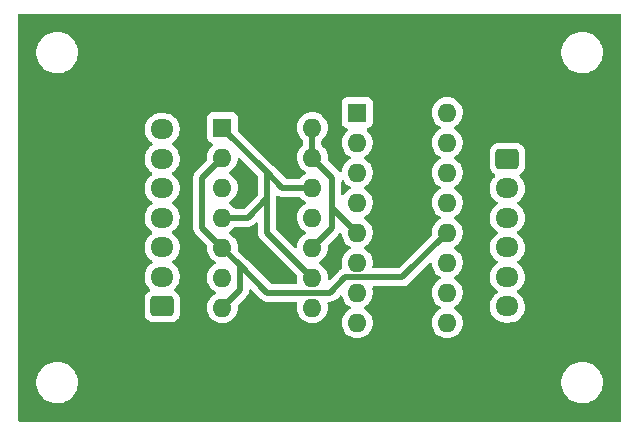
<source format=gbr>
%TF.GenerationSoftware,KiCad,Pcbnew,(6.0.6)*%
%TF.CreationDate,2022-10-11T00:14:44+05:30*%
%TF.ProjectId,exp3,65787033-2e6b-4696-9361-645f70636258,rev?*%
%TF.SameCoordinates,Original*%
%TF.FileFunction,Copper,L2,Bot*%
%TF.FilePolarity,Positive*%
%FSLAX46Y46*%
G04 Gerber Fmt 4.6, Leading zero omitted, Abs format (unit mm)*
G04 Created by KiCad (PCBNEW (6.0.6)) date 2022-10-11 00:14:44*
%MOMM*%
%LPD*%
G01*
G04 APERTURE LIST*
G04 Aperture macros list*
%AMRoundRect*
0 Rectangle with rounded corners*
0 $1 Rounding radius*
0 $2 $3 $4 $5 $6 $7 $8 $9 X,Y pos of 4 corners*
0 Add a 4 corners polygon primitive as box body*
4,1,4,$2,$3,$4,$5,$6,$7,$8,$9,$2,$3,0*
0 Add four circle primitives for the rounded corners*
1,1,$1+$1,$2,$3*
1,1,$1+$1,$4,$5*
1,1,$1+$1,$6,$7*
1,1,$1+$1,$8,$9*
0 Add four rect primitives between the rounded corners*
20,1,$1+$1,$2,$3,$4,$5,0*
20,1,$1+$1,$4,$5,$6,$7,0*
20,1,$1+$1,$6,$7,$8,$9,0*
20,1,$1+$1,$8,$9,$2,$3,0*%
G04 Aperture macros list end*
%TA.AperFunction,ComponentPad*%
%ADD10O,1.600000X1.600000*%
%TD*%
%TA.AperFunction,ComponentPad*%
%ADD11R,1.600000X1.600000*%
%TD*%
%TA.AperFunction,ComponentPad*%
%ADD12O,1.950000X1.700000*%
%TD*%
%TA.AperFunction,ComponentPad*%
%ADD13RoundRect,0.250000X-0.725000X0.600000X-0.725000X-0.600000X0.725000X-0.600000X0.725000X0.600000X0*%
%TD*%
%TA.AperFunction,ComponentPad*%
%ADD14RoundRect,0.250000X0.725000X-0.600000X0.725000X0.600000X-0.725000X0.600000X-0.725000X-0.600000X0*%
%TD*%
%TA.AperFunction,Conductor*%
%ADD15C,0.508000*%
%TD*%
G04 APERTURE END LIST*
D10*
%TO.P,U2,16,B4*%
%TO.N,Net-(U1-Pad3)*%
X143510000Y-86360000D03*
%TO.P,U2,15,S4*%
%TO.N,S3*%
X143510000Y-88900000D03*
%TO.P,U2,14,C4*%
%TO.N,CO*%
X143510000Y-91440000D03*
%TO.P,U2,13,C0*%
%TO.N,Cin*%
X143510000Y-93980000D03*
%TO.P,U2,12,GND*%
%TO.N,GND*%
X143510000Y-96520000D03*
%TO.P,U2,11,B1*%
%TO.N,Net-(U1-Pad11)*%
X143510000Y-99060000D03*
%TO.P,U2,10,A1*%
%TO.N,A0*%
X143510000Y-101600000D03*
%TO.P,U2,9,S1*%
%TO.N,S0*%
X143510000Y-104140000D03*
%TO.P,U2,8,A2*%
%TO.N,A1*%
X135890000Y-104140000D03*
%TO.P,U2,7,B2*%
%TO.N,Net-(U1-Pad8)*%
X135890000Y-101600000D03*
%TO.P,U2,6,S2*%
%TO.N,S1*%
X135890000Y-99060000D03*
%TO.P,U2,5,VCC*%
%TO.N,VCC*%
X135890000Y-96520000D03*
%TO.P,U2,4,B3*%
%TO.N,Net-(U1-Pad6)*%
X135890000Y-93980000D03*
%TO.P,U2,3,A3*%
%TO.N,A2*%
X135890000Y-91440000D03*
%TO.P,U2,2,S3*%
%TO.N,S2*%
X135890000Y-88900000D03*
D11*
%TO.P,U2,1,A4*%
%TO.N,A3*%
X135890000Y-86360000D03*
%TD*%
%TO.P,U1,1*%
%TO.N,Cin*%
X124470000Y-87625000D03*
D10*
%TO.P,U1,2*%
%TO.N,GND*%
X124470000Y-90165000D03*
%TO.P,U1,3*%
%TO.N,Net-(U1-Pad3)*%
X124470000Y-92705000D03*
%TO.P,U1,4*%
%TO.N,Cin*%
X124470000Y-95245000D03*
%TO.P,U1,5*%
%TO.N,GND*%
X124470000Y-97785000D03*
%TO.P,U1,6*%
%TO.N,Net-(U1-Pad6)*%
X124470000Y-100325000D03*
%TO.P,U1,7,GND*%
%TO.N,GND*%
X124470000Y-102865000D03*
%TO.P,U1,8*%
%TO.N,Net-(U1-Pad8)*%
X132090000Y-102865000D03*
%TO.P,U1,9*%
%TO.N,Cin*%
X132090000Y-100325000D03*
%TO.P,U1,10*%
%TO.N,VCC*%
X132090000Y-97785000D03*
%TO.P,U1,11*%
%TO.N,Net-(U1-Pad11)*%
X132090000Y-95245000D03*
%TO.P,U1,12*%
%TO.N,Cin*%
X132090000Y-92705000D03*
%TO.P,U1,13*%
%TO.N,VCC*%
X132090000Y-90165000D03*
%TO.P,U1,14,VCC*%
X132090000Y-87625000D03*
%TD*%
D12*
%TO.P,J2,6,Pin_6*%
%TO.N,GND*%
X148597500Y-102770000D03*
%TO.P,J2,5,Pin_5*%
%TO.N,S0*%
X148597500Y-100270000D03*
%TO.P,J2,4,Pin_4*%
%TO.N,S1*%
X148597500Y-97770000D03*
%TO.P,J2,3,Pin_3*%
%TO.N,S2*%
X148597500Y-95270000D03*
%TO.P,J2,2,Pin_2*%
%TO.N,S3*%
X148597500Y-92770000D03*
D13*
%TO.P,J2,1,Pin_1*%
%TO.N,CO*%
X148597500Y-90270000D03*
%TD*%
D12*
%TO.P,J1,7,Pin_7*%
%TO.N,VCC*%
X119372500Y-87750000D03*
%TO.P,J1,6,Pin_6*%
%TO.N,GND*%
X119372500Y-90250000D03*
%TO.P,J1,5,Pin_5*%
%TO.N,A3*%
X119372500Y-92750000D03*
%TO.P,J1,4,Pin_4*%
%TO.N,A2*%
X119372500Y-95250000D03*
%TO.P,J1,3,Pin_3*%
%TO.N,A1*%
X119372500Y-97750000D03*
%TO.P,J1,2,Pin_2*%
%TO.N,A0*%
X119372500Y-100250000D03*
D14*
%TO.P,J1,1,Pin_1*%
%TO.N,Cin*%
X119372500Y-102750000D03*
%TD*%
D15*
%TO.N,Cin*%
X126625000Y-95245000D02*
X128250000Y-93620000D01*
X124470000Y-95245000D02*
X126625000Y-95245000D01*
X128250000Y-93620000D02*
X128250000Y-96520000D01*
X128250000Y-91410000D02*
X128250000Y-93620000D01*
X129545000Y-92705000D02*
X128250000Y-91410000D01*
X132090000Y-92705000D02*
X129545000Y-92705000D01*
X128250000Y-96520000D02*
X132055000Y-100325000D01*
X124470000Y-87630000D02*
X128250000Y-91410000D01*
X124470000Y-87625000D02*
X124470000Y-87630000D01*
%TO.N,GND*%
X125977500Y-101357500D02*
X125977500Y-99292500D01*
X124470000Y-102865000D02*
X125977500Y-101357500D01*
X125977500Y-99292500D02*
X128275000Y-101590000D01*
X124470000Y-97785000D02*
X125977500Y-99292500D01*
X139716000Y-100314000D02*
X143510000Y-96520000D01*
X134866000Y-100314000D02*
X139716000Y-100314000D01*
X133590000Y-101590000D02*
X134866000Y-100314000D01*
X128275000Y-101590000D02*
X133590000Y-101590000D01*
X122770000Y-96085000D02*
X124470000Y-97785000D01*
X122770000Y-91865000D02*
X122770000Y-96085000D01*
X124470000Y-90165000D02*
X122770000Y-91865000D01*
%TO.N,VCC*%
X133780000Y-94410000D02*
X135890000Y-96520000D01*
X133780000Y-96095000D02*
X133780000Y-94410000D01*
X132090000Y-90165000D02*
X132090000Y-87625000D01*
X133780000Y-91855000D02*
X132090000Y-90165000D01*
X133780000Y-96095000D02*
X132090000Y-97785000D01*
X133780000Y-91855000D02*
X133780000Y-96095000D01*
%TD*%
%TA.AperFunction,NonConductor*%
G36*
X134751012Y-92101268D02*
G01*
X134771713Y-92124221D01*
X134854287Y-92242148D01*
X134883802Y-92284300D01*
X135045700Y-92446198D01*
X135050208Y-92449355D01*
X135050211Y-92449357D01*
X135097567Y-92482516D01*
X135233251Y-92577523D01*
X135238233Y-92579846D01*
X135238238Y-92579849D01*
X135272457Y-92595805D01*
X135325742Y-92642722D01*
X135345203Y-92710999D01*
X135324661Y-92778959D01*
X135272457Y-92824195D01*
X135238238Y-92840151D01*
X135238233Y-92840154D01*
X135233251Y-92842477D01*
X135135637Y-92910827D01*
X135050211Y-92970643D01*
X135050208Y-92970645D01*
X135045700Y-92973802D01*
X134883802Y-93135700D01*
X134880645Y-93140208D01*
X134880643Y-93140211D01*
X134771713Y-93295779D01*
X134716256Y-93340107D01*
X134645636Y-93347416D01*
X134582276Y-93315385D01*
X134546291Y-93254184D01*
X134542500Y-93223508D01*
X134542500Y-92196492D01*
X134562502Y-92128371D01*
X134616158Y-92081878D01*
X134686432Y-92071774D01*
X134751012Y-92101268D01*
G37*
%TD.AperFunction*%
%TA.AperFunction,NonConductor*%
G36*
X125986081Y-90224419D02*
G01*
X127450595Y-91688933D01*
X127484621Y-91751245D01*
X127487500Y-91778028D01*
X127487500Y-93251972D01*
X127467498Y-93320093D01*
X127450595Y-93341067D01*
X126346067Y-94445595D01*
X126283755Y-94479621D01*
X126256972Y-94482500D01*
X125599067Y-94482500D01*
X125530946Y-94462498D01*
X125495855Y-94428772D01*
X125479359Y-94405214D01*
X125479357Y-94405212D01*
X125476198Y-94400700D01*
X125314300Y-94238802D01*
X125309792Y-94235645D01*
X125309789Y-94235643D01*
X125215511Y-94169629D01*
X125126749Y-94107477D01*
X125121767Y-94105154D01*
X125121762Y-94105151D01*
X125087543Y-94089195D01*
X125034258Y-94042278D01*
X125014797Y-93974001D01*
X125035339Y-93906041D01*
X125087543Y-93860805D01*
X125121762Y-93844849D01*
X125121767Y-93844846D01*
X125126749Y-93842523D01*
X125296857Y-93723412D01*
X125309789Y-93714357D01*
X125309792Y-93714355D01*
X125314300Y-93711198D01*
X125476198Y-93549300D01*
X125492671Y-93525775D01*
X125586925Y-93391166D01*
X125607523Y-93361749D01*
X125609846Y-93356767D01*
X125609849Y-93356762D01*
X125701961Y-93159225D01*
X125701961Y-93159224D01*
X125704284Y-93154243D01*
X125727428Y-93067871D01*
X125762119Y-92938402D01*
X125762119Y-92938400D01*
X125763543Y-92933087D01*
X125783498Y-92705000D01*
X125763543Y-92476913D01*
X125756902Y-92452129D01*
X125705707Y-92261067D01*
X125705706Y-92261065D01*
X125704284Y-92255757D01*
X125693344Y-92232296D01*
X125609849Y-92053238D01*
X125609846Y-92053233D01*
X125607523Y-92048251D01*
X125496184Y-91889243D01*
X125479357Y-91865211D01*
X125479355Y-91865208D01*
X125476198Y-91860700D01*
X125314300Y-91698802D01*
X125309792Y-91695645D01*
X125309789Y-91695643D01*
X125185264Y-91608450D01*
X125126749Y-91567477D01*
X125121767Y-91565154D01*
X125121762Y-91565151D01*
X125087543Y-91549195D01*
X125034258Y-91502278D01*
X125014797Y-91434001D01*
X125035339Y-91366041D01*
X125087543Y-91320805D01*
X125121762Y-91304849D01*
X125121767Y-91304846D01*
X125126749Y-91302523D01*
X125263744Y-91206598D01*
X125309789Y-91174357D01*
X125309792Y-91174355D01*
X125314300Y-91171198D01*
X125476198Y-91009300D01*
X125492671Y-90985775D01*
X125540699Y-90917183D01*
X125607523Y-90821749D01*
X125609846Y-90816767D01*
X125609849Y-90816762D01*
X125701961Y-90619225D01*
X125701961Y-90619224D01*
X125704284Y-90614243D01*
X125722069Y-90547871D01*
X125762119Y-90398402D01*
X125762119Y-90398400D01*
X125763543Y-90393087D01*
X125764022Y-90387611D01*
X125764023Y-90387606D01*
X125770442Y-90314226D01*
X125771466Y-90302532D01*
X125797328Y-90236415D01*
X125854831Y-90194775D01*
X125925719Y-90190834D01*
X125986081Y-90224419D01*
G37*
%TD.AperFunction*%
%TA.AperFunction,NonConductor*%
G36*
X129191846Y-93381644D02*
G01*
X129197661Y-93384361D01*
X129208106Y-93389243D01*
X129212001Y-93391147D01*
X129277404Y-93424543D01*
X129284518Y-93426284D01*
X129290252Y-93428416D01*
X129296048Y-93430344D01*
X129302680Y-93433444D01*
X129374555Y-93448394D01*
X129378839Y-93449364D01*
X129450112Y-93466804D01*
X129455714Y-93467152D01*
X129455717Y-93467152D01*
X129461330Y-93467500D01*
X129461328Y-93467537D01*
X129465227Y-93467773D01*
X129469598Y-93468163D01*
X129476757Y-93469652D01*
X129554577Y-93467546D01*
X129557986Y-93467500D01*
X130960933Y-93467500D01*
X131029054Y-93487502D01*
X131064145Y-93521228D01*
X131074536Y-93536067D01*
X131083802Y-93549300D01*
X131245700Y-93711198D01*
X131250208Y-93714355D01*
X131250211Y-93714357D01*
X131263143Y-93723412D01*
X131433251Y-93842523D01*
X131438233Y-93844846D01*
X131438238Y-93844849D01*
X131472457Y-93860805D01*
X131525742Y-93907722D01*
X131545203Y-93975999D01*
X131524661Y-94043959D01*
X131472457Y-94089195D01*
X131438238Y-94105151D01*
X131438233Y-94105154D01*
X131433251Y-94107477D01*
X131344489Y-94169629D01*
X131250211Y-94235643D01*
X131250208Y-94235645D01*
X131245700Y-94238802D01*
X131083802Y-94400700D01*
X131080645Y-94405208D01*
X131080643Y-94405211D01*
X131063816Y-94429243D01*
X130952477Y-94588251D01*
X130950154Y-94593233D01*
X130950151Y-94593238D01*
X130885308Y-94732296D01*
X130855716Y-94795757D01*
X130854294Y-94801065D01*
X130854293Y-94801067D01*
X130797881Y-95011598D01*
X130796457Y-95016913D01*
X130776502Y-95245000D01*
X130796457Y-95473087D01*
X130797881Y-95478400D01*
X130797881Y-95478402D01*
X130841693Y-95641907D01*
X130855716Y-95694243D01*
X130858039Y-95699224D01*
X130858039Y-95699225D01*
X130950151Y-95896762D01*
X130950154Y-95896767D01*
X130952477Y-95901749D01*
X131013993Y-95989602D01*
X131072611Y-96073317D01*
X131083802Y-96089300D01*
X131245700Y-96251198D01*
X131250208Y-96254355D01*
X131250211Y-96254357D01*
X131296256Y-96286598D01*
X131433251Y-96382523D01*
X131438233Y-96384846D01*
X131438238Y-96384849D01*
X131472457Y-96400805D01*
X131525742Y-96447722D01*
X131545203Y-96515999D01*
X131524661Y-96583959D01*
X131472457Y-96629195D01*
X131438238Y-96645151D01*
X131438233Y-96645154D01*
X131433251Y-96647477D01*
X131353252Y-96703493D01*
X131250211Y-96775643D01*
X131250208Y-96775645D01*
X131245700Y-96778802D01*
X131083802Y-96940700D01*
X131080645Y-96945208D01*
X131080643Y-96945211D01*
X131033572Y-97012435D01*
X130952477Y-97128251D01*
X130950154Y-97133233D01*
X130950151Y-97133238D01*
X130929862Y-97176749D01*
X130855716Y-97335757D01*
X130854294Y-97341065D01*
X130854293Y-97341067D01*
X130797881Y-97551598D01*
X130796457Y-97556913D01*
X130795978Y-97562389D01*
X130795977Y-97562394D01*
X130793604Y-97589524D01*
X130786056Y-97675805D01*
X130785317Y-97684249D01*
X130759454Y-97750367D01*
X130701950Y-97792007D01*
X130631063Y-97795948D01*
X130570701Y-97762363D01*
X129049405Y-96241067D01*
X129015379Y-96178755D01*
X129012500Y-96151972D01*
X129012500Y-93708435D01*
X129012999Y-93697236D01*
X129013162Y-93695406D01*
X129014652Y-93688244D01*
X129012546Y-93610423D01*
X129012500Y-93607014D01*
X129012500Y-93495794D01*
X129032502Y-93427673D01*
X129086158Y-93381180D01*
X129156432Y-93371076D01*
X129191846Y-93381644D01*
G37*
%TD.AperFunction*%
%TA.AperFunction,NonConductor*%
G36*
X134554080Y-96577531D02*
G01*
X134586429Y-96640730D01*
X134588157Y-96653234D01*
X134595976Y-96742595D01*
X134595977Y-96742601D01*
X134596457Y-96748087D01*
X134597881Y-96753400D01*
X134597881Y-96753402D01*
X134649277Y-96945211D01*
X134655716Y-96969243D01*
X134658039Y-96974224D01*
X134658039Y-96974225D01*
X134750151Y-97171762D01*
X134750154Y-97171767D01*
X134752477Y-97176749D01*
X134883802Y-97364300D01*
X135045700Y-97526198D01*
X135050208Y-97529355D01*
X135050211Y-97529357D01*
X135097393Y-97562394D01*
X135233251Y-97657523D01*
X135238233Y-97659846D01*
X135238238Y-97659849D01*
X135272457Y-97675805D01*
X135325742Y-97722722D01*
X135345203Y-97790999D01*
X135324661Y-97858959D01*
X135272457Y-97904195D01*
X135238238Y-97920151D01*
X135238233Y-97920154D01*
X135233251Y-97922477D01*
X135204354Y-97942711D01*
X135050211Y-98050643D01*
X135050208Y-98050645D01*
X135045700Y-98053802D01*
X134883802Y-98215700D01*
X134880645Y-98220208D01*
X134880643Y-98220211D01*
X134836714Y-98282949D01*
X134752477Y-98403251D01*
X134750154Y-98408233D01*
X134750151Y-98408238D01*
X134680621Y-98557347D01*
X134655716Y-98610757D01*
X134654294Y-98616065D01*
X134654293Y-98616067D01*
X134606520Y-98794357D01*
X134596457Y-98831913D01*
X134576502Y-99060000D01*
X134596457Y-99288087D01*
X134597880Y-99293399D01*
X134597881Y-99293402D01*
X134642330Y-99459288D01*
X134640640Y-99530264D01*
X134600846Y-99589060D01*
X134559457Y-99611765D01*
X134546426Y-99615987D01*
X134540173Y-99619782D01*
X134534613Y-99622327D01*
X134529139Y-99625069D01*
X134522259Y-99627566D01*
X134516134Y-99631582D01*
X134460876Y-99667810D01*
X134457158Y-99670156D01*
X134394420Y-99708227D01*
X134385995Y-99715667D01*
X134385970Y-99715638D01*
X134383044Y-99718234D01*
X134379690Y-99721039D01*
X134373565Y-99725054D01*
X134368530Y-99730369D01*
X134368529Y-99730370D01*
X134320012Y-99781586D01*
X134317634Y-99784028D01*
X133612508Y-100489154D01*
X133550196Y-100523180D01*
X133479381Y-100518115D01*
X133422545Y-100475568D01*
X133397734Y-100409048D01*
X133397892Y-100389077D01*
X133403019Y-100330475D01*
X133403498Y-100325000D01*
X133383543Y-100096913D01*
X133378642Y-100078623D01*
X133325707Y-99881067D01*
X133325706Y-99881065D01*
X133324284Y-99875757D01*
X133313788Y-99853248D01*
X133229849Y-99673238D01*
X133229846Y-99673233D01*
X133227523Y-99668251D01*
X133096198Y-99480700D01*
X132934300Y-99318802D01*
X132929792Y-99315645D01*
X132929789Y-99315643D01*
X132775260Y-99207441D01*
X132746749Y-99187477D01*
X132741767Y-99185154D01*
X132741762Y-99185151D01*
X132707543Y-99169195D01*
X132654258Y-99122278D01*
X132634797Y-99054001D01*
X132655339Y-98986041D01*
X132707543Y-98940805D01*
X132741762Y-98924849D01*
X132741767Y-98924846D01*
X132746749Y-98922523D01*
X132899538Y-98815539D01*
X132929789Y-98794357D01*
X132929792Y-98794355D01*
X132934300Y-98791198D01*
X133096198Y-98629300D01*
X133112671Y-98605775D01*
X133154098Y-98546611D01*
X133227523Y-98441749D01*
X133229846Y-98436767D01*
X133229849Y-98436762D01*
X133321961Y-98239225D01*
X133321961Y-98239224D01*
X133324284Y-98234243D01*
X133372634Y-98053802D01*
X133382119Y-98018402D01*
X133382119Y-98018400D01*
X133383543Y-98013087D01*
X133403498Y-97785000D01*
X133403019Y-97779525D01*
X133389700Y-97627289D01*
X133403689Y-97557684D01*
X133426126Y-97527212D01*
X134271528Y-96681810D01*
X134285941Y-96669423D01*
X134297665Y-96660795D01*
X134303564Y-96656454D01*
X134337979Y-96615945D01*
X134344909Y-96608429D01*
X134350653Y-96602685D01*
X134363821Y-96586041D01*
X134421773Y-96545027D01*
X134492698Y-96541855D01*
X134554080Y-96577531D01*
G37*
%TD.AperFunction*%
%TA.AperFunction,NonConductor*%
G36*
X127405532Y-95646972D02*
G01*
X127462368Y-95689519D01*
X127487179Y-95756039D01*
X127487500Y-95765028D01*
X127487500Y-96452624D01*
X127486067Y-96471574D01*
X127483876Y-96485973D01*
X127483876Y-96485979D01*
X127482776Y-96493208D01*
X127483369Y-96500500D01*
X127483369Y-96500503D01*
X127487085Y-96546183D01*
X127487500Y-96556398D01*
X127487500Y-96564525D01*
X127490811Y-96592924D01*
X127491238Y-96597244D01*
X127497191Y-96670426D01*
X127499447Y-96677388D01*
X127500643Y-96683376D01*
X127502051Y-96689333D01*
X127502899Y-96696607D01*
X127505397Y-96703489D01*
X127505398Y-96703493D01*
X127527945Y-96765607D01*
X127529355Y-96769711D01*
X127551987Y-96839575D01*
X127555787Y-96845838D01*
X127558325Y-96851380D01*
X127561067Y-96856856D01*
X127563566Y-96863741D01*
X127567581Y-96869865D01*
X127603815Y-96925132D01*
X127606130Y-96928800D01*
X127644227Y-96991581D01*
X127647941Y-96995786D01*
X127647943Y-96995789D01*
X127651667Y-97000005D01*
X127651638Y-97000031D01*
X127654238Y-97002962D01*
X127657042Y-97006316D01*
X127661054Y-97012435D01*
X127666366Y-97017467D01*
X127717586Y-97065988D01*
X127720028Y-97068366D01*
X130751058Y-100099396D01*
X130785084Y-100161708D01*
X130787484Y-100199472D01*
X130779189Y-100294284D01*
X130776502Y-100325000D01*
X130796457Y-100553087D01*
X130797881Y-100558400D01*
X130797881Y-100558402D01*
X130827486Y-100668889D01*
X130825796Y-100739865D01*
X130786002Y-100798661D01*
X130720738Y-100826609D01*
X130705779Y-100827500D01*
X128643028Y-100827500D01*
X128574907Y-100807498D01*
X128553933Y-100790595D01*
X126579203Y-98815865D01*
X126571635Y-98807592D01*
X126570458Y-98806184D01*
X126566446Y-98800065D01*
X126509913Y-98746511D01*
X126507472Y-98744134D01*
X125806126Y-98042788D01*
X125772100Y-97980476D01*
X125769700Y-97942711D01*
X125783019Y-97790475D01*
X125783498Y-97785000D01*
X125763543Y-97556913D01*
X125762119Y-97551598D01*
X125705707Y-97341067D01*
X125705706Y-97341065D01*
X125704284Y-97335757D01*
X125630138Y-97176749D01*
X125609849Y-97133238D01*
X125609846Y-97133233D01*
X125607523Y-97128251D01*
X125526428Y-97012435D01*
X125479357Y-96945211D01*
X125479355Y-96945208D01*
X125476198Y-96940700D01*
X125314300Y-96778802D01*
X125309792Y-96775645D01*
X125309789Y-96775643D01*
X125206748Y-96703493D01*
X125126749Y-96647477D01*
X125121767Y-96645154D01*
X125121762Y-96645151D01*
X125087543Y-96629195D01*
X125034258Y-96582278D01*
X125014797Y-96514001D01*
X125035339Y-96446041D01*
X125087543Y-96400805D01*
X125121762Y-96384849D01*
X125121767Y-96384846D01*
X125126749Y-96382523D01*
X125263744Y-96286598D01*
X125309789Y-96254357D01*
X125309792Y-96254355D01*
X125314300Y-96251198D01*
X125476198Y-96089300D01*
X125485464Y-96076067D01*
X125495855Y-96061228D01*
X125551312Y-96016900D01*
X125599067Y-96007500D01*
X126557624Y-96007500D01*
X126576574Y-96008933D01*
X126590973Y-96011124D01*
X126590979Y-96011124D01*
X126598208Y-96012224D01*
X126605500Y-96011631D01*
X126605503Y-96011631D01*
X126651183Y-96007915D01*
X126661398Y-96007500D01*
X126669525Y-96007500D01*
X126673161Y-96007076D01*
X126673163Y-96007076D01*
X126676615Y-96006673D01*
X126697924Y-96004189D01*
X126702244Y-96003762D01*
X126775426Y-95997809D01*
X126782388Y-95995553D01*
X126788376Y-95994357D01*
X126794333Y-95992949D01*
X126801607Y-95992101D01*
X126808489Y-95989603D01*
X126808493Y-95989602D01*
X126870607Y-95967055D01*
X126874711Y-95965645D01*
X126944575Y-95943013D01*
X126950838Y-95939213D01*
X126956380Y-95936675D01*
X126961856Y-95933933D01*
X126968741Y-95931434D01*
X127014019Y-95901749D01*
X127030132Y-95891185D01*
X127033800Y-95888870D01*
X127096581Y-95850773D01*
X127100786Y-95847059D01*
X127100789Y-95847057D01*
X127105005Y-95843333D01*
X127105031Y-95843362D01*
X127107962Y-95840762D01*
X127111316Y-95837958D01*
X127117435Y-95833946D01*
X127170989Y-95777413D01*
X127173366Y-95774972D01*
X127272405Y-95675933D01*
X127334717Y-95641907D01*
X127405532Y-95646972D01*
G37*
%TD.AperFunction*%
%TA.AperFunction,NonConductor*%
G36*
X158183621Y-77998502D02*
G01*
X158230114Y-78052158D01*
X158241500Y-78104500D01*
X158241500Y-112395500D01*
X158221498Y-112463621D01*
X158167842Y-112510114D01*
X158115500Y-112521500D01*
X107314500Y-112521500D01*
X107246379Y-112501498D01*
X107199886Y-112447842D01*
X107188500Y-112395500D01*
X107188500Y-109327655D01*
X108729858Y-109327655D01*
X108765104Y-109586638D01*
X108766412Y-109591124D01*
X108766412Y-109591126D01*
X108786098Y-109658664D01*
X108838243Y-109837567D01*
X108947668Y-110074928D01*
X108950231Y-110078837D01*
X109088410Y-110289596D01*
X109088414Y-110289601D01*
X109090976Y-110293509D01*
X109265018Y-110488506D01*
X109465970Y-110655637D01*
X109469973Y-110658066D01*
X109685422Y-110788804D01*
X109685426Y-110788806D01*
X109689419Y-110791229D01*
X109930455Y-110892303D01*
X110183783Y-110956641D01*
X110188434Y-110957109D01*
X110188438Y-110957110D01*
X110381308Y-110976531D01*
X110400867Y-110978500D01*
X110556354Y-110978500D01*
X110558679Y-110978327D01*
X110558685Y-110978327D01*
X110746000Y-110964407D01*
X110746004Y-110964406D01*
X110750652Y-110964061D01*
X110755200Y-110963032D01*
X110755206Y-110963031D01*
X110941601Y-110920853D01*
X111005577Y-110906377D01*
X111041769Y-110892303D01*
X111244824Y-110813340D01*
X111244827Y-110813339D01*
X111249177Y-110811647D01*
X111476098Y-110681951D01*
X111681357Y-110520138D01*
X111860443Y-110329763D01*
X112009424Y-110115009D01*
X112125025Y-109880593D01*
X112204707Y-109631665D01*
X112246721Y-109373693D01*
X112247324Y-109327655D01*
X153179858Y-109327655D01*
X153215104Y-109586638D01*
X153216412Y-109591124D01*
X153216412Y-109591126D01*
X153236098Y-109658664D01*
X153288243Y-109837567D01*
X153397668Y-110074928D01*
X153400231Y-110078837D01*
X153538410Y-110289596D01*
X153538414Y-110289601D01*
X153540976Y-110293509D01*
X153715018Y-110488506D01*
X153915970Y-110655637D01*
X153919973Y-110658066D01*
X154135422Y-110788804D01*
X154135426Y-110788806D01*
X154139419Y-110791229D01*
X154380455Y-110892303D01*
X154633783Y-110956641D01*
X154638434Y-110957109D01*
X154638438Y-110957110D01*
X154831308Y-110976531D01*
X154850867Y-110978500D01*
X155006354Y-110978500D01*
X155008679Y-110978327D01*
X155008685Y-110978327D01*
X155196000Y-110964407D01*
X155196004Y-110964406D01*
X155200652Y-110964061D01*
X155205200Y-110963032D01*
X155205206Y-110963031D01*
X155391601Y-110920853D01*
X155455577Y-110906377D01*
X155491769Y-110892303D01*
X155694824Y-110813340D01*
X155694827Y-110813339D01*
X155699177Y-110811647D01*
X155926098Y-110681951D01*
X156131357Y-110520138D01*
X156310443Y-110329763D01*
X156459424Y-110115009D01*
X156575025Y-109880593D01*
X156654707Y-109631665D01*
X156696721Y-109373693D01*
X156700142Y-109112345D01*
X156664896Y-108853362D01*
X156650473Y-108803877D01*
X156593068Y-108606932D01*
X156591757Y-108602433D01*
X156482332Y-108365072D01*
X156449519Y-108315024D01*
X156341590Y-108150404D01*
X156341586Y-108150399D01*
X156339024Y-108146491D01*
X156164982Y-107951494D01*
X155964030Y-107784363D01*
X155916844Y-107755730D01*
X155744578Y-107651196D01*
X155744574Y-107651194D01*
X155740581Y-107648771D01*
X155499545Y-107547697D01*
X155246217Y-107483359D01*
X155241566Y-107482891D01*
X155241562Y-107482890D01*
X155032271Y-107461816D01*
X155029133Y-107461500D01*
X154873646Y-107461500D01*
X154871321Y-107461673D01*
X154871315Y-107461673D01*
X154684000Y-107475593D01*
X154683996Y-107475594D01*
X154679348Y-107475939D01*
X154674800Y-107476968D01*
X154674794Y-107476969D01*
X154488399Y-107519147D01*
X154424423Y-107533623D01*
X154420071Y-107535315D01*
X154420069Y-107535316D01*
X154185176Y-107626660D01*
X154185173Y-107626661D01*
X154180823Y-107628353D01*
X153953902Y-107758049D01*
X153748643Y-107919862D01*
X153569557Y-108110237D01*
X153420576Y-108324991D01*
X153304975Y-108559407D01*
X153225293Y-108808335D01*
X153183279Y-109066307D01*
X153179858Y-109327655D01*
X112247324Y-109327655D01*
X112250142Y-109112345D01*
X112214896Y-108853362D01*
X112200473Y-108803877D01*
X112143068Y-108606932D01*
X112141757Y-108602433D01*
X112032332Y-108365072D01*
X111999519Y-108315024D01*
X111891590Y-108150404D01*
X111891586Y-108150399D01*
X111889024Y-108146491D01*
X111714982Y-107951494D01*
X111514030Y-107784363D01*
X111466844Y-107755730D01*
X111294578Y-107651196D01*
X111294574Y-107651194D01*
X111290581Y-107648771D01*
X111049545Y-107547697D01*
X110796217Y-107483359D01*
X110791566Y-107482891D01*
X110791562Y-107482890D01*
X110582271Y-107461816D01*
X110579133Y-107461500D01*
X110423646Y-107461500D01*
X110421321Y-107461673D01*
X110421315Y-107461673D01*
X110234000Y-107475593D01*
X110233996Y-107475594D01*
X110229348Y-107475939D01*
X110224800Y-107476968D01*
X110224794Y-107476969D01*
X110038399Y-107519147D01*
X109974423Y-107533623D01*
X109970071Y-107535315D01*
X109970069Y-107535316D01*
X109735176Y-107626660D01*
X109735173Y-107626661D01*
X109730823Y-107628353D01*
X109503902Y-107758049D01*
X109298643Y-107919862D01*
X109119557Y-108110237D01*
X108970576Y-108324991D01*
X108854975Y-108559407D01*
X108775293Y-108808335D01*
X108733279Y-109066307D01*
X108729858Y-109327655D01*
X107188500Y-109327655D01*
X107188500Y-100185774D01*
X117885602Y-100185774D01*
X117885802Y-100191103D01*
X117885802Y-100191105D01*
X117886043Y-100197523D01*
X117894251Y-100416158D01*
X117941593Y-100641791D01*
X117943551Y-100646750D01*
X117943552Y-100646752D01*
X118021439Y-100843972D01*
X118026276Y-100856221D01*
X118029043Y-100860780D01*
X118029044Y-100860783D01*
X118109118Y-100992740D01*
X118145877Y-101053317D01*
X118149374Y-101057347D01*
X118253293Y-101177103D01*
X118296977Y-101227445D01*
X118332620Y-101256670D01*
X118372614Y-101315329D01*
X118374546Y-101386299D01*
X118337802Y-101447048D01*
X118319032Y-101461248D01*
X118243906Y-101507738D01*
X118173152Y-101551522D01*
X118167979Y-101556704D01*
X118147351Y-101577368D01*
X118048195Y-101676697D01*
X118044355Y-101682927D01*
X118044354Y-101682928D01*
X117978867Y-101789168D01*
X117955385Y-101827262D01*
X117899703Y-101995139D01*
X117889000Y-102099600D01*
X117889000Y-103400400D01*
X117889337Y-103403646D01*
X117889337Y-103403650D01*
X117898137Y-103488458D01*
X117899974Y-103506166D01*
X117955950Y-103673946D01*
X118049022Y-103824348D01*
X118174197Y-103949305D01*
X118180427Y-103953145D01*
X118180428Y-103953146D01*
X118317590Y-104037694D01*
X118324762Y-104042115D01*
X118404505Y-104068564D01*
X118486111Y-104095632D01*
X118486113Y-104095632D01*
X118492639Y-104097797D01*
X118499475Y-104098497D01*
X118499478Y-104098498D01*
X118542531Y-104102909D01*
X118597100Y-104108500D01*
X120147900Y-104108500D01*
X120151146Y-104108163D01*
X120151150Y-104108163D01*
X120246808Y-104098238D01*
X120246812Y-104098237D01*
X120253666Y-104097526D01*
X120260202Y-104095345D01*
X120260204Y-104095345D01*
X120392306Y-104051272D01*
X120421446Y-104041550D01*
X120571848Y-103948478D01*
X120696805Y-103823303D01*
X120767078Y-103709300D01*
X120785775Y-103678968D01*
X120785776Y-103678966D01*
X120789615Y-103672738D01*
X120845297Y-103504861D01*
X120856000Y-103400400D01*
X120856000Y-102099600D01*
X120855663Y-102096350D01*
X120845738Y-102000692D01*
X120845737Y-102000688D01*
X120845026Y-101993834D01*
X120828504Y-101944310D01*
X120791368Y-101833002D01*
X120789050Y-101826054D01*
X120695978Y-101675652D01*
X120570803Y-101550695D01*
X120541002Y-101532325D01*
X120501012Y-101507675D01*
X120425160Y-101460919D01*
X120377668Y-101408148D01*
X120366244Y-101338076D01*
X120394518Y-101272952D01*
X120404305Y-101262490D01*
X120493813Y-101177103D01*
X120518635Y-101153424D01*
X120533580Y-101133338D01*
X120638188Y-100992740D01*
X120656254Y-100968458D01*
X120660461Y-100960185D01*
X120719546Y-100843972D01*
X120760740Y-100762949D01*
X120796821Y-100646752D01*
X120827524Y-100547871D01*
X120829107Y-100542773D01*
X120839749Y-100462477D01*
X120858698Y-100319511D01*
X120858698Y-100319506D01*
X120859398Y-100314226D01*
X120857465Y-100262722D01*
X120850949Y-100089173D01*
X120850749Y-100083842D01*
X120803407Y-99858209D01*
X120801448Y-99853248D01*
X120720685Y-99648744D01*
X120720684Y-99648742D01*
X120718724Y-99643779D01*
X120701860Y-99615987D01*
X120601890Y-99451243D01*
X120599123Y-99446683D01*
X120529610Y-99366576D01*
X120451523Y-99276588D01*
X120451521Y-99276586D01*
X120448023Y-99272555D01*
X120368611Y-99207441D01*
X120273873Y-99129760D01*
X120273867Y-99129756D01*
X120269745Y-99126376D01*
X120238250Y-99108448D01*
X120188945Y-99057368D01*
X120175083Y-98987738D01*
X120201066Y-98921667D01*
X120230216Y-98894427D01*
X120266142Y-98870240D01*
X120351819Y-98812559D01*
X120518635Y-98653424D01*
X120546430Y-98616067D01*
X120638188Y-98492740D01*
X120656254Y-98468458D01*
X120686872Y-98408238D01*
X120758322Y-98267704D01*
X120760740Y-98262949D01*
X120771303Y-98228933D01*
X120827524Y-98047871D01*
X120829107Y-98042773D01*
X120842546Y-97941377D01*
X120858698Y-97819511D01*
X120858698Y-97819506D01*
X120859398Y-97814226D01*
X120850749Y-97583842D01*
X120803407Y-97358209D01*
X120792573Y-97330775D01*
X120720685Y-97148744D01*
X120720684Y-97148742D01*
X120718724Y-97143779D01*
X120709302Y-97128251D01*
X120601890Y-96951243D01*
X120599123Y-96946683D01*
X120527150Y-96863741D01*
X120451523Y-96776588D01*
X120451521Y-96776586D01*
X120448023Y-96772555D01*
X120368611Y-96707441D01*
X120273873Y-96629760D01*
X120273867Y-96629756D01*
X120269745Y-96626376D01*
X120238250Y-96608448D01*
X120188945Y-96557368D01*
X120175083Y-96487738D01*
X120201066Y-96421667D01*
X120230216Y-96394427D01*
X120315040Y-96337320D01*
X120351819Y-96312559D01*
X120403453Y-96263303D01*
X120493813Y-96177103D01*
X120518635Y-96153424D01*
X120589478Y-96058208D01*
X122002776Y-96058208D01*
X122003369Y-96065500D01*
X122003369Y-96065503D01*
X122007085Y-96111183D01*
X122007500Y-96121398D01*
X122007500Y-96129525D01*
X122010811Y-96157924D01*
X122011238Y-96162244D01*
X122017191Y-96235426D01*
X122019447Y-96242388D01*
X122020643Y-96248376D01*
X122022051Y-96254333D01*
X122022899Y-96261607D01*
X122025397Y-96268489D01*
X122025398Y-96268493D01*
X122047945Y-96330607D01*
X122049355Y-96334711D01*
X122071987Y-96404575D01*
X122075787Y-96410838D01*
X122078325Y-96416380D01*
X122081067Y-96421856D01*
X122083566Y-96428741D01*
X122087581Y-96434865D01*
X122123815Y-96490132D01*
X122126130Y-96493800D01*
X122164227Y-96556581D01*
X122167941Y-96560786D01*
X122167943Y-96560789D01*
X122171667Y-96565005D01*
X122171638Y-96565031D01*
X122174238Y-96567962D01*
X122177042Y-96571316D01*
X122181054Y-96577435D01*
X122204669Y-96599806D01*
X122237586Y-96630988D01*
X122240028Y-96633366D01*
X123133874Y-97527212D01*
X123167900Y-97589524D01*
X123170300Y-97627289D01*
X123156981Y-97779525D01*
X123156502Y-97785000D01*
X123176457Y-98013087D01*
X123177881Y-98018400D01*
X123177881Y-98018402D01*
X123187367Y-98053802D01*
X123235716Y-98234243D01*
X123238039Y-98239224D01*
X123238039Y-98239225D01*
X123330151Y-98436762D01*
X123330154Y-98436767D01*
X123332477Y-98441749D01*
X123405902Y-98546611D01*
X123447330Y-98605775D01*
X123463802Y-98629300D01*
X123625700Y-98791198D01*
X123630208Y-98794355D01*
X123630211Y-98794357D01*
X123660462Y-98815539D01*
X123813251Y-98922523D01*
X123818233Y-98924846D01*
X123818238Y-98924849D01*
X123852457Y-98940805D01*
X123905742Y-98987722D01*
X123925203Y-99055999D01*
X123904661Y-99123959D01*
X123852457Y-99169195D01*
X123818238Y-99185151D01*
X123818233Y-99185154D01*
X123813251Y-99187477D01*
X123784740Y-99207441D01*
X123630211Y-99315643D01*
X123630208Y-99315645D01*
X123625700Y-99318802D01*
X123463802Y-99480700D01*
X123332477Y-99668251D01*
X123330154Y-99673233D01*
X123330151Y-99673238D01*
X123246212Y-99853248D01*
X123235716Y-99875757D01*
X123234294Y-99881065D01*
X123234293Y-99881067D01*
X123181358Y-100078623D01*
X123176457Y-100096913D01*
X123156502Y-100325000D01*
X123176457Y-100553087D01*
X123177881Y-100558400D01*
X123177881Y-100558402D01*
X123206914Y-100666752D01*
X123235716Y-100774243D01*
X123238039Y-100779224D01*
X123238039Y-100779225D01*
X123330151Y-100976762D01*
X123330154Y-100976767D01*
X123332477Y-100981749D01*
X123386290Y-101058602D01*
X123455262Y-101157103D01*
X123463802Y-101169300D01*
X123625700Y-101331198D01*
X123630208Y-101334355D01*
X123630211Y-101334357D01*
X123676256Y-101366598D01*
X123813251Y-101462523D01*
X123818233Y-101464846D01*
X123818238Y-101464849D01*
X123852457Y-101480805D01*
X123905742Y-101527722D01*
X123925203Y-101595999D01*
X123904661Y-101663959D01*
X123852457Y-101709195D01*
X123818238Y-101725151D01*
X123818233Y-101725154D01*
X123813251Y-101727477D01*
X123733315Y-101783449D01*
X123630211Y-101855643D01*
X123630208Y-101855645D01*
X123625700Y-101858802D01*
X123463802Y-102020700D01*
X123460645Y-102025208D01*
X123460643Y-102025211D01*
X123410831Y-102096350D01*
X123332477Y-102208251D01*
X123330154Y-102213233D01*
X123330151Y-102213238D01*
X123263010Y-102357224D01*
X123235716Y-102415757D01*
X123234294Y-102421065D01*
X123234293Y-102421067D01*
X123177881Y-102631598D01*
X123176457Y-102636913D01*
X123156502Y-102865000D01*
X123176457Y-103093087D01*
X123177881Y-103098400D01*
X123177881Y-103098402D01*
X123196196Y-103166752D01*
X123235716Y-103314243D01*
X123238039Y-103319224D01*
X123238039Y-103319225D01*
X123330151Y-103516762D01*
X123330154Y-103516767D01*
X123332477Y-103521749D01*
X123371407Y-103577347D01*
X123447330Y-103685775D01*
X123463802Y-103709300D01*
X123625700Y-103871198D01*
X123630208Y-103874355D01*
X123630211Y-103874357D01*
X123661499Y-103896265D01*
X123813251Y-104002523D01*
X123818233Y-104004846D01*
X123818238Y-104004849D01*
X124012925Y-104095632D01*
X124020757Y-104099284D01*
X124026065Y-104100706D01*
X124026067Y-104100707D01*
X124236598Y-104157119D01*
X124236600Y-104157119D01*
X124241913Y-104158543D01*
X124470000Y-104178498D01*
X124698087Y-104158543D01*
X124703400Y-104157119D01*
X124703402Y-104157119D01*
X124913933Y-104100707D01*
X124913935Y-104100706D01*
X124919243Y-104099284D01*
X124927075Y-104095632D01*
X125121762Y-104004849D01*
X125121767Y-104004846D01*
X125126749Y-104002523D01*
X125278501Y-103896265D01*
X125309789Y-103874357D01*
X125309792Y-103874355D01*
X125314300Y-103871198D01*
X125476198Y-103709300D01*
X125492671Y-103685775D01*
X125568593Y-103577347D01*
X125607523Y-103521749D01*
X125609846Y-103516767D01*
X125609849Y-103516762D01*
X125701961Y-103319225D01*
X125701961Y-103319224D01*
X125704284Y-103314243D01*
X125743805Y-103166752D01*
X125762119Y-103098402D01*
X125762119Y-103098400D01*
X125763543Y-103093087D01*
X125783498Y-102865000D01*
X125777902Y-102801041D01*
X125769700Y-102707289D01*
X125783689Y-102637684D01*
X125806126Y-102607212D01*
X126469028Y-101944310D01*
X126483441Y-101931923D01*
X126495165Y-101923295D01*
X126501064Y-101918954D01*
X126535479Y-101878445D01*
X126542409Y-101870929D01*
X126548153Y-101865185D01*
X126550427Y-101862311D01*
X126550433Y-101862304D01*
X126565872Y-101842789D01*
X126568663Y-101839385D01*
X126611445Y-101789028D01*
X126611448Y-101789024D01*
X126616184Y-101783449D01*
X126619512Y-101776932D01*
X126622889Y-101771868D01*
X126626116Y-101766644D01*
X126630660Y-101760900D01*
X126653925Y-101711122D01*
X126661732Y-101694418D01*
X126663663Y-101690467D01*
X126693713Y-101631617D01*
X126697043Y-101625096D01*
X126698784Y-101617981D01*
X126700921Y-101612235D01*
X126702845Y-101606452D01*
X126705944Y-101599821D01*
X126720894Y-101527943D01*
X126721863Y-101523662D01*
X126737821Y-101458450D01*
X126739304Y-101452388D01*
X126740000Y-101441170D01*
X126740040Y-101441172D01*
X126740273Y-101437264D01*
X126740662Y-101432906D01*
X126742152Y-101425744D01*
X126742122Y-101424635D01*
X126767171Y-101360937D01*
X126824750Y-101319401D01*
X126895644Y-101315589D01*
X126955784Y-101349122D01*
X127688190Y-102081528D01*
X127700577Y-102095941D01*
X127713546Y-102113564D01*
X127719129Y-102118307D01*
X127754055Y-102147979D01*
X127761571Y-102154909D01*
X127767315Y-102160653D01*
X127770189Y-102162927D01*
X127770196Y-102162933D01*
X127789711Y-102178372D01*
X127793115Y-102181163D01*
X127843472Y-102223945D01*
X127843476Y-102223948D01*
X127849051Y-102228684D01*
X127855568Y-102232012D01*
X127860632Y-102235389D01*
X127865856Y-102238616D01*
X127871600Y-102243160D01*
X127938104Y-102274242D01*
X127942001Y-102276147D01*
X128007404Y-102309543D01*
X128014518Y-102311284D01*
X128020252Y-102313416D01*
X128026048Y-102315344D01*
X128032680Y-102318444D01*
X128104555Y-102333394D01*
X128108839Y-102334364D01*
X128180112Y-102351804D01*
X128185714Y-102352152D01*
X128185717Y-102352152D01*
X128191330Y-102352500D01*
X128191328Y-102352537D01*
X128195227Y-102352773D01*
X128199598Y-102353163D01*
X128206757Y-102354652D01*
X128284577Y-102352546D01*
X128287986Y-102352500D01*
X130708459Y-102352500D01*
X130776580Y-102372502D01*
X130823073Y-102426158D01*
X130833177Y-102496432D01*
X130830168Y-102511104D01*
X130796457Y-102636913D01*
X130776502Y-102865000D01*
X130796457Y-103093087D01*
X130797881Y-103098400D01*
X130797881Y-103098402D01*
X130816196Y-103166752D01*
X130855716Y-103314243D01*
X130858039Y-103319224D01*
X130858039Y-103319225D01*
X130950151Y-103516762D01*
X130950154Y-103516767D01*
X130952477Y-103521749D01*
X130991407Y-103577347D01*
X131067330Y-103685775D01*
X131083802Y-103709300D01*
X131245700Y-103871198D01*
X131250208Y-103874355D01*
X131250211Y-103874357D01*
X131281499Y-103896265D01*
X131433251Y-104002523D01*
X131438233Y-104004846D01*
X131438238Y-104004849D01*
X131632925Y-104095632D01*
X131640757Y-104099284D01*
X131646065Y-104100706D01*
X131646067Y-104100707D01*
X131856598Y-104157119D01*
X131856600Y-104157119D01*
X131861913Y-104158543D01*
X132090000Y-104178498D01*
X132318087Y-104158543D01*
X132323400Y-104157119D01*
X132323402Y-104157119D01*
X132533933Y-104100707D01*
X132533935Y-104100706D01*
X132539243Y-104099284D01*
X132547075Y-104095632D01*
X132741762Y-104004849D01*
X132741767Y-104004846D01*
X132746749Y-104002523D01*
X132898501Y-103896265D01*
X132929789Y-103874357D01*
X132929792Y-103874355D01*
X132934300Y-103871198D01*
X133096198Y-103709300D01*
X133112671Y-103685775D01*
X133188593Y-103577347D01*
X133227523Y-103521749D01*
X133229846Y-103516767D01*
X133229849Y-103516762D01*
X133321961Y-103319225D01*
X133321961Y-103319224D01*
X133324284Y-103314243D01*
X133363805Y-103166752D01*
X133382119Y-103098402D01*
X133382119Y-103098400D01*
X133383543Y-103093087D01*
X133403498Y-102865000D01*
X133383543Y-102636913D01*
X133349834Y-102511110D01*
X133351524Y-102440135D01*
X133391318Y-102381339D01*
X133456582Y-102353391D01*
X133471541Y-102352500D01*
X133522624Y-102352500D01*
X133541574Y-102353933D01*
X133555973Y-102356124D01*
X133555979Y-102356124D01*
X133563208Y-102357224D01*
X133570500Y-102356631D01*
X133570503Y-102356631D01*
X133616183Y-102352915D01*
X133626398Y-102352500D01*
X133634525Y-102352500D01*
X133638161Y-102352076D01*
X133638163Y-102352076D01*
X133641615Y-102351673D01*
X133662924Y-102349189D01*
X133667244Y-102348762D01*
X133740426Y-102342809D01*
X133747388Y-102340553D01*
X133753376Y-102339357D01*
X133759333Y-102337949D01*
X133766607Y-102337101D01*
X133773489Y-102334603D01*
X133773493Y-102334602D01*
X133835607Y-102312055D01*
X133839711Y-102310645D01*
X133909575Y-102288013D01*
X133915838Y-102284213D01*
X133921380Y-102281675D01*
X133926856Y-102278933D01*
X133933741Y-102276434D01*
X133956890Y-102261257D01*
X133995132Y-102236185D01*
X133998800Y-102233870D01*
X134061581Y-102195773D01*
X134065786Y-102192059D01*
X134065789Y-102192057D01*
X134070005Y-102188333D01*
X134070031Y-102188362D01*
X134072962Y-102185762D01*
X134076316Y-102182958D01*
X134082435Y-102178946D01*
X134135989Y-102122413D01*
X134138366Y-102119972D01*
X134407016Y-101851322D01*
X134469328Y-101817296D01*
X134540143Y-101822361D01*
X134596979Y-101864908D01*
X134617818Y-101907806D01*
X134649277Y-102025211D01*
X134655716Y-102049243D01*
X134658039Y-102054224D01*
X134658039Y-102054225D01*
X134750151Y-102251762D01*
X134750154Y-102251767D01*
X134752477Y-102256749D01*
X134883802Y-102444300D01*
X135045700Y-102606198D01*
X135050208Y-102609355D01*
X135050211Y-102609357D01*
X135106483Y-102648759D01*
X135233251Y-102737523D01*
X135238233Y-102739846D01*
X135238238Y-102739849D01*
X135272457Y-102755805D01*
X135325742Y-102802722D01*
X135345203Y-102870999D01*
X135324661Y-102938959D01*
X135272457Y-102984195D01*
X135238238Y-103000151D01*
X135238233Y-103000154D01*
X135233251Y-103002477D01*
X135154693Y-103057484D01*
X135050211Y-103130643D01*
X135050208Y-103130645D01*
X135045700Y-103133802D01*
X134883802Y-103295700D01*
X134880645Y-103300208D01*
X134880643Y-103300211D01*
X134830897Y-103371256D01*
X134752477Y-103483251D01*
X134750154Y-103488233D01*
X134750151Y-103488238D01*
X134667358Y-103665791D01*
X134655716Y-103690757D01*
X134654294Y-103696065D01*
X134654293Y-103696067D01*
X134600650Y-103896265D01*
X134596457Y-103911913D01*
X134576502Y-104140000D01*
X134596457Y-104368087D01*
X134655716Y-104589243D01*
X134658039Y-104594224D01*
X134658039Y-104594225D01*
X134750151Y-104791762D01*
X134750154Y-104791767D01*
X134752477Y-104796749D01*
X134883802Y-104984300D01*
X135045700Y-105146198D01*
X135050208Y-105149355D01*
X135050211Y-105149357D01*
X135128389Y-105204098D01*
X135233251Y-105277523D01*
X135238233Y-105279846D01*
X135238238Y-105279849D01*
X135435775Y-105371961D01*
X135440757Y-105374284D01*
X135446065Y-105375706D01*
X135446067Y-105375707D01*
X135656598Y-105432119D01*
X135656600Y-105432119D01*
X135661913Y-105433543D01*
X135890000Y-105453498D01*
X136118087Y-105433543D01*
X136123400Y-105432119D01*
X136123402Y-105432119D01*
X136333933Y-105375707D01*
X136333935Y-105375706D01*
X136339243Y-105374284D01*
X136344225Y-105371961D01*
X136541762Y-105279849D01*
X136541767Y-105279846D01*
X136546749Y-105277523D01*
X136651611Y-105204098D01*
X136729789Y-105149357D01*
X136729792Y-105149355D01*
X136734300Y-105146198D01*
X136896198Y-104984300D01*
X137027523Y-104796749D01*
X137029846Y-104791767D01*
X137029849Y-104791762D01*
X137121961Y-104594225D01*
X137121961Y-104594224D01*
X137124284Y-104589243D01*
X137183543Y-104368087D01*
X137203498Y-104140000D01*
X137183543Y-103911913D01*
X137179350Y-103896265D01*
X137125707Y-103696067D01*
X137125706Y-103696065D01*
X137124284Y-103690757D01*
X137112642Y-103665791D01*
X137029849Y-103488238D01*
X137029846Y-103488233D01*
X137027523Y-103483251D01*
X136949103Y-103371256D01*
X136899357Y-103300211D01*
X136899355Y-103300208D01*
X136896198Y-103295700D01*
X136734300Y-103133802D01*
X136729792Y-103130645D01*
X136729789Y-103130643D01*
X136625307Y-103057484D01*
X136546749Y-103002477D01*
X136541767Y-103000154D01*
X136541762Y-103000151D01*
X136507543Y-102984195D01*
X136454258Y-102937278D01*
X136434797Y-102869001D01*
X136455339Y-102801041D01*
X136507543Y-102755805D01*
X136541762Y-102739849D01*
X136541767Y-102739846D01*
X136546749Y-102737523D01*
X136673517Y-102648759D01*
X136729789Y-102609357D01*
X136729792Y-102609355D01*
X136734300Y-102606198D01*
X136896198Y-102444300D01*
X137027523Y-102256749D01*
X137029846Y-102251767D01*
X137029849Y-102251762D01*
X137121961Y-102054225D01*
X137121961Y-102054224D01*
X137124284Y-102049243D01*
X137130724Y-102025211D01*
X137182119Y-101833402D01*
X137182119Y-101833400D01*
X137183543Y-101828087D01*
X137203498Y-101600000D01*
X137183543Y-101371913D01*
X137177436Y-101349122D01*
X137146887Y-101235111D01*
X137148577Y-101164135D01*
X137188371Y-101105339D01*
X137253635Y-101077391D01*
X137268594Y-101076500D01*
X139648624Y-101076500D01*
X139667574Y-101077933D01*
X139681973Y-101080124D01*
X139681979Y-101080124D01*
X139689208Y-101081224D01*
X139696500Y-101080631D01*
X139696503Y-101080631D01*
X139742183Y-101076915D01*
X139752398Y-101076500D01*
X139760525Y-101076500D01*
X139764161Y-101076076D01*
X139764163Y-101076076D01*
X139767615Y-101075673D01*
X139788924Y-101073189D01*
X139793244Y-101072762D01*
X139866426Y-101066809D01*
X139873388Y-101064553D01*
X139879376Y-101063357D01*
X139885333Y-101061949D01*
X139892607Y-101061101D01*
X139899489Y-101058603D01*
X139899493Y-101058602D01*
X139961607Y-101036055D01*
X139965711Y-101034645D01*
X140035575Y-101012013D01*
X140041838Y-101008213D01*
X140047380Y-101005675D01*
X140052856Y-101002933D01*
X140059741Y-101000434D01*
X140065865Y-100996419D01*
X140121132Y-100960185D01*
X140124800Y-100957870D01*
X140187581Y-100919773D01*
X140191786Y-100916059D01*
X140191789Y-100916057D01*
X140196005Y-100912333D01*
X140196031Y-100912362D01*
X140198962Y-100909762D01*
X140202316Y-100906958D01*
X140208435Y-100902946D01*
X140261989Y-100846413D01*
X140264366Y-100843972D01*
X141993516Y-99114822D01*
X142055828Y-99080796D01*
X142126643Y-99085861D01*
X142183479Y-99128408D01*
X142208132Y-99192935D01*
X142209401Y-99207441D01*
X142216457Y-99288087D01*
X142217880Y-99293399D01*
X142217881Y-99293402D01*
X142269277Y-99485211D01*
X142275716Y-99509243D01*
X142278039Y-99514224D01*
X142278039Y-99514225D01*
X142370151Y-99711762D01*
X142370154Y-99711767D01*
X142372477Y-99716749D01*
X142445902Y-99821611D01*
X142471529Y-99858209D01*
X142503802Y-99904300D01*
X142665700Y-100066198D01*
X142670208Y-100069355D01*
X142670211Y-100069357D01*
X142719461Y-100103842D01*
X142853251Y-100197523D01*
X142858233Y-100199846D01*
X142858238Y-100199849D01*
X142892457Y-100215805D01*
X142945742Y-100262722D01*
X142965203Y-100330999D01*
X142944661Y-100398959D01*
X142892457Y-100444195D01*
X142858238Y-100460151D01*
X142858233Y-100460154D01*
X142853251Y-100462477D01*
X142773792Y-100518115D01*
X142670211Y-100590643D01*
X142670208Y-100590645D01*
X142665700Y-100593802D01*
X142503802Y-100755700D01*
X142500645Y-100760208D01*
X142500643Y-100760211D01*
X142454151Y-100826609D01*
X142372477Y-100943251D01*
X142370154Y-100948233D01*
X142370151Y-100948238D01*
X142278039Y-101145775D01*
X142275716Y-101150757D01*
X142274294Y-101156065D01*
X142274293Y-101156067D01*
X142223341Y-101346223D01*
X142216457Y-101371913D01*
X142196502Y-101600000D01*
X142216457Y-101828087D01*
X142217881Y-101833400D01*
X142217881Y-101833402D01*
X142269277Y-102025211D01*
X142275716Y-102049243D01*
X142278039Y-102054224D01*
X142278039Y-102054225D01*
X142370151Y-102251762D01*
X142370154Y-102251767D01*
X142372477Y-102256749D01*
X142503802Y-102444300D01*
X142665700Y-102606198D01*
X142670208Y-102609355D01*
X142670211Y-102609357D01*
X142726483Y-102648759D01*
X142853251Y-102737523D01*
X142858233Y-102739846D01*
X142858238Y-102739849D01*
X142892457Y-102755805D01*
X142945742Y-102802722D01*
X142965203Y-102870999D01*
X142944661Y-102938959D01*
X142892457Y-102984195D01*
X142858238Y-103000151D01*
X142858233Y-103000154D01*
X142853251Y-103002477D01*
X142774693Y-103057484D01*
X142670211Y-103130643D01*
X142670208Y-103130645D01*
X142665700Y-103133802D01*
X142503802Y-103295700D01*
X142500645Y-103300208D01*
X142500643Y-103300211D01*
X142450897Y-103371256D01*
X142372477Y-103483251D01*
X142370154Y-103488233D01*
X142370151Y-103488238D01*
X142287358Y-103665791D01*
X142275716Y-103690757D01*
X142274294Y-103696065D01*
X142274293Y-103696067D01*
X142220650Y-103896265D01*
X142216457Y-103911913D01*
X142196502Y-104140000D01*
X142216457Y-104368087D01*
X142275716Y-104589243D01*
X142278039Y-104594224D01*
X142278039Y-104594225D01*
X142370151Y-104791762D01*
X142370154Y-104791767D01*
X142372477Y-104796749D01*
X142503802Y-104984300D01*
X142665700Y-105146198D01*
X142670208Y-105149355D01*
X142670211Y-105149357D01*
X142748389Y-105204098D01*
X142853251Y-105277523D01*
X142858233Y-105279846D01*
X142858238Y-105279849D01*
X143055775Y-105371961D01*
X143060757Y-105374284D01*
X143066065Y-105375706D01*
X143066067Y-105375707D01*
X143276598Y-105432119D01*
X143276600Y-105432119D01*
X143281913Y-105433543D01*
X143510000Y-105453498D01*
X143738087Y-105433543D01*
X143743400Y-105432119D01*
X143743402Y-105432119D01*
X143953933Y-105375707D01*
X143953935Y-105375706D01*
X143959243Y-105374284D01*
X143964225Y-105371961D01*
X144161762Y-105279849D01*
X144161767Y-105279846D01*
X144166749Y-105277523D01*
X144271611Y-105204098D01*
X144349789Y-105149357D01*
X144349792Y-105149355D01*
X144354300Y-105146198D01*
X144516198Y-104984300D01*
X144647523Y-104796749D01*
X144649846Y-104791767D01*
X144649849Y-104791762D01*
X144741961Y-104594225D01*
X144741961Y-104594224D01*
X144744284Y-104589243D01*
X144803543Y-104368087D01*
X144823498Y-104140000D01*
X144803543Y-103911913D01*
X144799350Y-103896265D01*
X144745707Y-103696067D01*
X144745706Y-103696065D01*
X144744284Y-103690757D01*
X144732642Y-103665791D01*
X144649849Y-103488238D01*
X144649846Y-103488233D01*
X144647523Y-103483251D01*
X144569103Y-103371256D01*
X144519357Y-103300211D01*
X144519355Y-103300208D01*
X144516198Y-103295700D01*
X144354300Y-103133802D01*
X144349792Y-103130645D01*
X144349789Y-103130643D01*
X144245307Y-103057484D01*
X144166749Y-103002477D01*
X144161767Y-103000154D01*
X144161762Y-103000151D01*
X144127543Y-102984195D01*
X144074258Y-102937278D01*
X144054797Y-102869001D01*
X144075339Y-102801041D01*
X144127543Y-102755805D01*
X144161762Y-102739849D01*
X144161767Y-102739846D01*
X144166749Y-102737523D01*
X144212091Y-102705774D01*
X147110602Y-102705774D01*
X147119251Y-102936158D01*
X147166593Y-103161791D01*
X147168551Y-103166750D01*
X147168552Y-103166752D01*
X147226800Y-103314243D01*
X147251276Y-103376221D01*
X147254043Y-103380780D01*
X147254044Y-103380783D01*
X147339585Y-103521749D01*
X147370877Y-103573317D01*
X147374374Y-103577347D01*
X147488877Y-103709300D01*
X147521977Y-103747445D01*
X147526108Y-103750832D01*
X147696127Y-103890240D01*
X147696133Y-103890244D01*
X147700255Y-103893624D01*
X147704891Y-103896263D01*
X147704894Y-103896265D01*
X147803390Y-103952332D01*
X147900614Y-104007675D01*
X148117325Y-104086337D01*
X148122574Y-104087286D01*
X148122577Y-104087287D01*
X148340108Y-104126623D01*
X148340115Y-104126624D01*
X148344192Y-104127361D01*
X148361914Y-104128197D01*
X148366856Y-104128430D01*
X148366863Y-104128430D01*
X148368344Y-104128500D01*
X148780390Y-104128500D01*
X148847309Y-104122822D01*
X148946909Y-104114371D01*
X148946913Y-104114370D01*
X148952220Y-104113920D01*
X148957375Y-104112582D01*
X148957381Y-104112581D01*
X149170203Y-104057343D01*
X149170207Y-104057342D01*
X149175372Y-104056001D01*
X149180238Y-104053809D01*
X149180241Y-104053808D01*
X149380702Y-103963507D01*
X149385575Y-103961312D01*
X149576819Y-103832559D01*
X149585427Y-103824348D01*
X149725465Y-103690757D01*
X149743635Y-103673424D01*
X149881254Y-103488458D01*
X149883902Y-103483251D01*
X149972529Y-103308933D01*
X149985740Y-103282949D01*
X150021821Y-103166752D01*
X150052524Y-103067871D01*
X150054107Y-103062773D01*
X150061680Y-103005634D01*
X150083698Y-102839511D01*
X150083698Y-102839506D01*
X150084398Y-102834226D01*
X150075749Y-102603842D01*
X150028407Y-102378209D01*
X150020120Y-102357224D01*
X149945685Y-102168744D01*
X149945684Y-102168742D01*
X149943724Y-102163779D01*
X149936145Y-102151288D01*
X149826890Y-101971243D01*
X149824123Y-101966683D01*
X149782706Y-101918954D01*
X149676523Y-101796588D01*
X149676521Y-101796586D01*
X149673023Y-101792555D01*
X149590818Y-101725151D01*
X149498873Y-101649760D01*
X149498867Y-101649756D01*
X149494745Y-101646376D01*
X149463250Y-101628448D01*
X149413945Y-101577368D01*
X149400083Y-101507738D01*
X149426066Y-101441667D01*
X149455216Y-101414427D01*
X149496996Y-101386299D01*
X149576819Y-101332559D01*
X149597785Y-101312559D01*
X149670269Y-101243412D01*
X149743635Y-101173424D01*
X149758516Y-101153424D01*
X149846905Y-101034625D01*
X149881254Y-100988458D01*
X149889246Y-100972740D01*
X149953473Y-100846414D01*
X149985740Y-100782949D01*
X149988444Y-100774243D01*
X150052524Y-100567871D01*
X150054107Y-100562773D01*
X150069823Y-100444195D01*
X150083698Y-100339511D01*
X150083698Y-100339506D01*
X150084398Y-100334226D01*
X150075749Y-100103842D01*
X150028407Y-99878209D01*
X150020509Y-99858209D01*
X149945685Y-99668744D01*
X149945684Y-99668742D01*
X149943724Y-99663779D01*
X149928820Y-99639217D01*
X149826890Y-99471243D01*
X149824123Y-99466683D01*
X149737255Y-99366576D01*
X149676523Y-99296588D01*
X149676521Y-99296586D01*
X149673023Y-99292555D01*
X149631470Y-99258484D01*
X149498873Y-99149760D01*
X149498867Y-99149756D01*
X149494745Y-99146376D01*
X149463250Y-99128448D01*
X149413945Y-99077368D01*
X149400083Y-99007738D01*
X149426066Y-98941667D01*
X149455216Y-98914427D01*
X149491142Y-98890240D01*
X149576819Y-98832559D01*
X149597785Y-98812559D01*
X149683456Y-98730832D01*
X149743635Y-98673424D01*
X149758516Y-98653424D01*
X149878068Y-98492740D01*
X149881254Y-98488458D01*
X149889246Y-98472740D01*
X149983322Y-98287704D01*
X149985740Y-98282949D01*
X149991951Y-98262949D01*
X150052524Y-98067871D01*
X150054107Y-98062773D01*
X150064319Y-97985725D01*
X150083698Y-97839511D01*
X150083698Y-97839506D01*
X150084398Y-97834226D01*
X150082345Y-97779525D01*
X150075949Y-97609173D01*
X150075749Y-97603842D01*
X150028407Y-97378209D01*
X150020509Y-97358209D01*
X149945685Y-97168744D01*
X149945684Y-97168742D01*
X149943724Y-97163779D01*
X149928820Y-97139217D01*
X149841785Y-96995789D01*
X149824123Y-96966683D01*
X149734795Y-96863741D01*
X149676523Y-96796588D01*
X149676521Y-96796586D01*
X149673023Y-96792555D01*
X149612107Y-96742607D01*
X149498873Y-96649760D01*
X149498867Y-96649756D01*
X149494745Y-96646376D01*
X149463250Y-96628448D01*
X149413945Y-96577368D01*
X149400083Y-96507738D01*
X149426066Y-96441667D01*
X149455216Y-96414427D01*
X149499150Y-96384849D01*
X149576819Y-96332559D01*
X149597785Y-96312559D01*
X149686285Y-96228133D01*
X149743635Y-96173424D01*
X149758516Y-96153424D01*
X149860092Y-96016900D01*
X149881254Y-95988458D01*
X149889246Y-95972740D01*
X149951011Y-95851256D01*
X149985740Y-95782949D01*
X149991951Y-95762949D01*
X150052524Y-95567871D01*
X150054107Y-95562773D01*
X150060081Y-95517699D01*
X150083698Y-95339511D01*
X150083698Y-95339506D01*
X150084398Y-95334226D01*
X150075749Y-95103842D01*
X150056395Y-95011598D01*
X150029502Y-94883428D01*
X150028407Y-94878209D01*
X150020509Y-94858209D01*
X149945685Y-94668744D01*
X149945684Y-94668742D01*
X149943724Y-94663779D01*
X149930058Y-94641257D01*
X149826890Y-94471243D01*
X149824123Y-94466683D01*
X149803271Y-94442653D01*
X149676523Y-94296588D01*
X149676521Y-94296586D01*
X149673023Y-94292555D01*
X149576489Y-94213402D01*
X149498873Y-94149760D01*
X149498867Y-94149756D01*
X149494745Y-94146376D01*
X149463250Y-94128448D01*
X149413945Y-94077368D01*
X149400083Y-94007738D01*
X149426066Y-93941667D01*
X149455216Y-93914427D01*
X149491142Y-93890240D01*
X149576819Y-93832559D01*
X149597785Y-93812559D01*
X149683456Y-93730832D01*
X149743635Y-93673424D01*
X149758516Y-93653424D01*
X149878068Y-93492740D01*
X149881254Y-93488458D01*
X149889246Y-93472740D01*
X149947501Y-93358160D01*
X149985740Y-93282949D01*
X149988006Y-93275653D01*
X150052524Y-93067871D01*
X150054107Y-93062773D01*
X150057459Y-93037484D01*
X150083698Y-92839511D01*
X150083698Y-92839506D01*
X150084398Y-92834226D01*
X150084022Y-92824195D01*
X150078626Y-92680489D01*
X150075749Y-92603842D01*
X150028407Y-92378209D01*
X150020509Y-92358209D01*
X149945685Y-92168744D01*
X149945684Y-92168742D01*
X149943724Y-92163779D01*
X149928820Y-92139217D01*
X149826890Y-91971243D01*
X149824123Y-91966683D01*
X149771114Y-91905595D01*
X149676523Y-91796588D01*
X149676521Y-91796586D01*
X149673023Y-91792555D01*
X149637380Y-91763330D01*
X149597386Y-91704671D01*
X149595454Y-91633701D01*
X149632198Y-91572952D01*
X149650968Y-91558752D01*
X149790620Y-91472332D01*
X149796848Y-91468478D01*
X149921805Y-91343303D01*
X149942870Y-91309129D01*
X150010775Y-91198968D01*
X150010776Y-91198966D01*
X150014615Y-91192738D01*
X150070297Y-91024861D01*
X150071892Y-91009300D01*
X150076563Y-90963703D01*
X150081000Y-90920400D01*
X150081000Y-89619600D01*
X150080663Y-89616350D01*
X150070738Y-89520692D01*
X150070737Y-89520688D01*
X150070026Y-89513834D01*
X150066660Y-89503743D01*
X150016368Y-89353002D01*
X150014050Y-89346054D01*
X149920978Y-89195652D01*
X149795803Y-89070695D01*
X149682791Y-89001033D01*
X149651468Y-88981725D01*
X149651466Y-88981724D01*
X149645238Y-88977885D01*
X149511421Y-88933500D01*
X149483889Y-88924368D01*
X149483887Y-88924368D01*
X149477361Y-88922203D01*
X149470525Y-88921503D01*
X149470522Y-88921502D01*
X149427469Y-88917091D01*
X149372900Y-88911500D01*
X147822100Y-88911500D01*
X147818854Y-88911837D01*
X147818850Y-88911837D01*
X147723192Y-88921762D01*
X147723188Y-88921763D01*
X147716334Y-88922474D01*
X147709798Y-88924655D01*
X147709796Y-88924655D01*
X147655913Y-88942632D01*
X147548554Y-88978450D01*
X147398152Y-89071522D01*
X147273195Y-89196697D01*
X147180385Y-89347262D01*
X147153936Y-89427005D01*
X147126988Y-89508251D01*
X147124703Y-89515139D01*
X147114000Y-89619600D01*
X147114000Y-90920400D01*
X147114337Y-90923646D01*
X147114337Y-90923650D01*
X147119431Y-90972740D01*
X147124974Y-91026166D01*
X147180950Y-91193946D01*
X147274022Y-91344348D01*
X147399197Y-91469305D01*
X147405427Y-91473145D01*
X147405428Y-91473146D01*
X147429101Y-91487738D01*
X147544840Y-91559081D01*
X147592332Y-91611852D01*
X147603756Y-91681924D01*
X147575482Y-91747048D01*
X147565695Y-91757510D01*
X147536638Y-91785229D01*
X147451365Y-91866576D01*
X147448182Y-91870854D01*
X147422334Y-91905595D01*
X147313746Y-92051542D01*
X147311330Y-92056293D01*
X147311328Y-92056297D01*
X147288464Y-92101268D01*
X147209260Y-92257051D01*
X147207678Y-92262145D01*
X147207677Y-92262148D01*
X147151738Y-92442301D01*
X147140893Y-92477227D01*
X147140192Y-92482516D01*
X147113253Y-92685774D01*
X147110602Y-92705774D01*
X147119251Y-92936158D01*
X147166593Y-93161791D01*
X147168551Y-93166750D01*
X147168552Y-93166752D01*
X147245561Y-93361749D01*
X147251276Y-93376221D01*
X147254043Y-93380780D01*
X147254044Y-93380783D01*
X147306688Y-93467537D01*
X147370877Y-93573317D01*
X147374374Y-93577347D01*
X147490524Y-93711198D01*
X147521977Y-93747445D01*
X147541271Y-93763265D01*
X147696127Y-93890240D01*
X147696133Y-93890244D01*
X147700255Y-93893624D01*
X147731750Y-93911552D01*
X147781055Y-93962632D01*
X147794917Y-94032262D01*
X147768934Y-94098333D01*
X147739784Y-94125573D01*
X147618181Y-94207441D01*
X147451365Y-94366576D01*
X147313746Y-94551542D01*
X147311330Y-94556293D01*
X147311328Y-94556297D01*
X147272960Y-94631762D01*
X147209260Y-94757051D01*
X147207678Y-94762145D01*
X147207677Y-94762148D01*
X147148686Y-94952129D01*
X147140893Y-94977227D01*
X147140192Y-94982516D01*
X147113253Y-95185774D01*
X147110602Y-95205774D01*
X147119251Y-95436158D01*
X147166593Y-95661791D01*
X147168551Y-95666750D01*
X147168552Y-95666752D01*
X147244374Y-95858743D01*
X147251276Y-95876221D01*
X147254043Y-95880780D01*
X147254044Y-95880783D01*
X147325417Y-95998402D01*
X147370877Y-96073317D01*
X147374374Y-96077347D01*
X147514039Y-96238297D01*
X147521977Y-96247445D01*
X147526108Y-96250832D01*
X147696127Y-96390240D01*
X147696133Y-96390244D01*
X147700255Y-96393624D01*
X147731750Y-96411552D01*
X147781055Y-96462632D01*
X147794917Y-96532262D01*
X147768934Y-96598333D01*
X147739784Y-96625573D01*
X147618181Y-96707441D01*
X147614324Y-96711120D01*
X147614322Y-96711122D01*
X147557207Y-96765607D01*
X147451365Y-96866576D01*
X147313746Y-97051542D01*
X147209260Y-97257051D01*
X147207678Y-97262145D01*
X147207677Y-97262148D01*
X147148686Y-97452129D01*
X147140893Y-97477227D01*
X147140192Y-97482516D01*
X147113253Y-97685774D01*
X147110602Y-97705774D01*
X147119251Y-97936158D01*
X147166593Y-98161791D01*
X147168551Y-98166750D01*
X147168552Y-98166752D01*
X147243378Y-98356221D01*
X147251276Y-98376221D01*
X147254043Y-98380780D01*
X147254044Y-98380783D01*
X147267678Y-98403251D01*
X147370877Y-98573317D01*
X147374374Y-98577347D01*
X147460938Y-98677103D01*
X147521977Y-98747445D01*
X147526108Y-98750832D01*
X147696127Y-98890240D01*
X147696133Y-98890244D01*
X147700255Y-98893624D01*
X147731750Y-98911552D01*
X147781055Y-98962632D01*
X147794917Y-99032262D01*
X147768934Y-99098333D01*
X147739784Y-99125573D01*
X147618181Y-99207441D01*
X147451365Y-99366576D01*
X147313746Y-99551542D01*
X147311330Y-99556293D01*
X147311328Y-99556297D01*
X147277757Y-99622327D01*
X147209260Y-99757051D01*
X147207678Y-99762145D01*
X147207677Y-99762148D01*
X147148686Y-99952129D01*
X147140893Y-99977227D01*
X147140192Y-99982516D01*
X147111696Y-100197523D01*
X147110602Y-100205774D01*
X147110802Y-100211103D01*
X147110802Y-100211105D01*
X147112677Y-100261041D01*
X147119251Y-100436158D01*
X147166593Y-100661791D01*
X147168551Y-100666750D01*
X147168552Y-100666752D01*
X147243378Y-100856221D01*
X147251276Y-100876221D01*
X147254043Y-100880780D01*
X147254044Y-100880783D01*
X147343545Y-101028276D01*
X147370877Y-101073317D01*
X147374374Y-101077347D01*
X147460938Y-101177103D01*
X147521977Y-101247445D01*
X147540326Y-101262490D01*
X147696127Y-101390240D01*
X147696133Y-101390244D01*
X147700255Y-101393624D01*
X147731750Y-101411552D01*
X147781055Y-101462632D01*
X147794917Y-101532262D01*
X147768934Y-101598333D01*
X147739784Y-101625573D01*
X147618181Y-101707441D01*
X147614324Y-101711120D01*
X147614322Y-101711122D01*
X147569093Y-101754269D01*
X147451365Y-101866576D01*
X147313746Y-102051542D01*
X147311330Y-102056293D01*
X147311328Y-102056297D01*
X147277713Y-102122414D01*
X147209260Y-102257051D01*
X147207678Y-102262145D01*
X147207677Y-102262148D01*
X147161527Y-102410775D01*
X147140893Y-102477227D01*
X147140192Y-102482516D01*
X147118159Y-102648759D01*
X147110602Y-102705774D01*
X144212091Y-102705774D01*
X144293517Y-102648759D01*
X144349789Y-102609357D01*
X144349792Y-102609355D01*
X144354300Y-102606198D01*
X144516198Y-102444300D01*
X144647523Y-102256749D01*
X144649846Y-102251767D01*
X144649849Y-102251762D01*
X144741961Y-102054225D01*
X144741961Y-102054224D01*
X144744284Y-102049243D01*
X144750724Y-102025211D01*
X144802119Y-101833402D01*
X144802119Y-101833400D01*
X144803543Y-101828087D01*
X144823498Y-101600000D01*
X144803543Y-101371913D01*
X144796659Y-101346223D01*
X144745707Y-101156067D01*
X144745706Y-101156065D01*
X144744284Y-101150757D01*
X144741961Y-101145775D01*
X144649849Y-100948238D01*
X144649846Y-100948233D01*
X144647523Y-100943251D01*
X144565849Y-100826609D01*
X144519357Y-100760211D01*
X144519355Y-100760208D01*
X144516198Y-100755700D01*
X144354300Y-100593802D01*
X144349792Y-100590645D01*
X144349789Y-100590643D01*
X144246208Y-100518115D01*
X144166749Y-100462477D01*
X144161767Y-100460154D01*
X144161762Y-100460151D01*
X144127543Y-100444195D01*
X144074258Y-100397278D01*
X144054797Y-100329001D01*
X144075339Y-100261041D01*
X144127543Y-100215805D01*
X144161762Y-100199849D01*
X144161767Y-100199846D01*
X144166749Y-100197523D01*
X144300539Y-100103842D01*
X144349789Y-100069357D01*
X144349792Y-100069355D01*
X144354300Y-100066198D01*
X144516198Y-99904300D01*
X144548472Y-99858209D01*
X144574098Y-99821611D01*
X144647523Y-99716749D01*
X144649846Y-99711767D01*
X144649849Y-99711762D01*
X144741961Y-99514225D01*
X144741961Y-99514224D01*
X144744284Y-99509243D01*
X144750724Y-99485211D01*
X144802119Y-99293402D01*
X144802120Y-99293399D01*
X144803543Y-99288087D01*
X144823498Y-99060000D01*
X144803543Y-98831913D01*
X144793480Y-98794357D01*
X144745707Y-98616067D01*
X144745706Y-98616065D01*
X144744284Y-98610757D01*
X144719379Y-98557347D01*
X144649849Y-98408238D01*
X144649846Y-98408233D01*
X144647523Y-98403251D01*
X144563286Y-98282949D01*
X144519357Y-98220211D01*
X144519355Y-98220208D01*
X144516198Y-98215700D01*
X144354300Y-98053802D01*
X144349792Y-98050645D01*
X144349789Y-98050643D01*
X144195646Y-97942711D01*
X144166749Y-97922477D01*
X144161767Y-97920154D01*
X144161762Y-97920151D01*
X144127543Y-97904195D01*
X144074258Y-97857278D01*
X144054797Y-97789001D01*
X144075339Y-97721041D01*
X144127543Y-97675805D01*
X144161762Y-97659849D01*
X144161767Y-97659846D01*
X144166749Y-97657523D01*
X144302607Y-97562394D01*
X144349789Y-97529357D01*
X144349792Y-97529355D01*
X144354300Y-97526198D01*
X144516198Y-97364300D01*
X144647523Y-97176749D01*
X144649846Y-97171767D01*
X144649849Y-97171762D01*
X144741961Y-96974225D01*
X144741961Y-96974224D01*
X144744284Y-96969243D01*
X144750724Y-96945211D01*
X144802119Y-96753402D01*
X144802119Y-96753400D01*
X144803543Y-96748087D01*
X144823498Y-96520000D01*
X144803543Y-96291913D01*
X144795877Y-96263303D01*
X144745707Y-96076067D01*
X144745706Y-96076065D01*
X144744284Y-96070757D01*
X144734025Y-96048757D01*
X144649849Y-95868238D01*
X144649846Y-95868233D01*
X144647523Y-95863251D01*
X144572452Y-95756039D01*
X144519357Y-95680211D01*
X144519355Y-95680208D01*
X144516198Y-95675700D01*
X144354300Y-95513802D01*
X144349792Y-95510645D01*
X144349789Y-95510643D01*
X144235800Y-95430827D01*
X144166749Y-95382477D01*
X144161767Y-95380154D01*
X144161762Y-95380151D01*
X144127543Y-95364195D01*
X144074258Y-95317278D01*
X144054797Y-95249001D01*
X144075339Y-95181041D01*
X144127543Y-95135805D01*
X144161762Y-95119849D01*
X144161767Y-95119846D01*
X144166749Y-95117523D01*
X144271611Y-95044098D01*
X144349789Y-94989357D01*
X144349792Y-94989355D01*
X144354300Y-94986198D01*
X144516198Y-94824300D01*
X144559718Y-94762148D01*
X144580620Y-94732296D01*
X144647523Y-94636749D01*
X144649846Y-94631767D01*
X144649849Y-94631762D01*
X144741961Y-94434225D01*
X144741961Y-94434224D01*
X144744284Y-94429243D01*
X144750724Y-94405211D01*
X144802119Y-94213402D01*
X144802119Y-94213400D01*
X144803543Y-94208087D01*
X144823498Y-93980000D01*
X144803543Y-93751913D01*
X144793480Y-93714357D01*
X144745707Y-93536067D01*
X144745706Y-93536065D01*
X144744284Y-93530757D01*
X144727981Y-93495794D01*
X144649849Y-93328238D01*
X144649846Y-93328233D01*
X144647523Y-93323251D01*
X144534467Y-93161791D01*
X144519357Y-93140211D01*
X144519355Y-93140208D01*
X144516198Y-93135700D01*
X144354300Y-92973802D01*
X144349792Y-92970645D01*
X144349789Y-92970643D01*
X144264363Y-92910827D01*
X144166749Y-92842477D01*
X144161767Y-92840154D01*
X144161762Y-92840151D01*
X144127543Y-92824195D01*
X144074258Y-92777278D01*
X144054797Y-92709001D01*
X144075339Y-92641041D01*
X144127543Y-92595805D01*
X144161762Y-92579849D01*
X144161767Y-92579846D01*
X144166749Y-92577523D01*
X144302433Y-92482516D01*
X144349789Y-92449357D01*
X144349792Y-92449355D01*
X144354300Y-92446198D01*
X144516198Y-92284300D01*
X144647523Y-92096749D01*
X144649846Y-92091767D01*
X144649849Y-92091762D01*
X144741961Y-91894225D01*
X144741961Y-91894224D01*
X144744284Y-91889243D01*
X144747301Y-91877986D01*
X144802119Y-91673402D01*
X144802119Y-91673400D01*
X144803543Y-91668087D01*
X144823498Y-91440000D01*
X144803543Y-91211913D01*
X144800398Y-91200176D01*
X144745707Y-90996067D01*
X144745706Y-90996065D01*
X144744284Y-90990757D01*
X144712992Y-90923650D01*
X144649849Y-90788238D01*
X144649846Y-90788233D01*
X144647523Y-90783251D01*
X144551945Y-90646752D01*
X144519357Y-90600211D01*
X144519355Y-90600208D01*
X144516198Y-90595700D01*
X144354300Y-90433802D01*
X144349792Y-90430645D01*
X144349789Y-90430643D01*
X144195646Y-90322711D01*
X144166749Y-90302477D01*
X144161767Y-90300154D01*
X144161762Y-90300151D01*
X144127543Y-90284195D01*
X144074258Y-90237278D01*
X144054797Y-90169001D01*
X144075339Y-90101041D01*
X144127543Y-90055805D01*
X144161762Y-90039849D01*
X144161767Y-90039846D01*
X144166749Y-90037523D01*
X144288704Y-89952129D01*
X144349789Y-89909357D01*
X144349792Y-89909355D01*
X144354300Y-89906198D01*
X144516198Y-89744300D01*
X144524604Y-89732296D01*
X144601227Y-89622866D01*
X144647523Y-89556749D01*
X144649846Y-89551767D01*
X144649849Y-89551762D01*
X144741961Y-89354225D01*
X144741961Y-89354224D01*
X144744284Y-89349243D01*
X144745985Y-89342897D01*
X144802119Y-89133402D01*
X144802119Y-89133400D01*
X144803543Y-89128087D01*
X144823498Y-88900000D01*
X144803543Y-88671913D01*
X144798589Y-88653424D01*
X144745707Y-88456067D01*
X144745706Y-88456065D01*
X144744284Y-88450757D01*
X144702329Y-88360783D01*
X144649849Y-88248238D01*
X144649846Y-88248233D01*
X144647523Y-88243251D01*
X144572825Y-88136572D01*
X144519357Y-88060211D01*
X144519355Y-88060208D01*
X144516198Y-88055700D01*
X144354300Y-87893802D01*
X144349792Y-87890645D01*
X144349789Y-87890643D01*
X144248202Y-87819511D01*
X144166749Y-87762477D01*
X144161767Y-87760154D01*
X144161762Y-87760151D01*
X144127543Y-87744195D01*
X144074258Y-87697278D01*
X144054797Y-87629001D01*
X144075339Y-87561041D01*
X144127543Y-87515805D01*
X144161762Y-87499849D01*
X144161767Y-87499846D01*
X144166749Y-87497523D01*
X144296450Y-87406705D01*
X144349789Y-87369357D01*
X144349792Y-87369355D01*
X144354300Y-87366198D01*
X144516198Y-87204300D01*
X144647523Y-87016749D01*
X144649846Y-87011767D01*
X144649849Y-87011762D01*
X144741961Y-86814225D01*
X144741961Y-86814224D01*
X144744284Y-86809243D01*
X144750724Y-86785211D01*
X144802119Y-86593402D01*
X144802119Y-86593400D01*
X144803543Y-86588087D01*
X144823498Y-86360000D01*
X144803543Y-86131913D01*
X144744284Y-85910757D01*
X144741961Y-85905775D01*
X144649849Y-85708238D01*
X144649846Y-85708233D01*
X144647523Y-85703251D01*
X144516198Y-85515700D01*
X144354300Y-85353802D01*
X144349792Y-85350645D01*
X144349789Y-85350643D01*
X144271611Y-85295902D01*
X144166749Y-85222477D01*
X144161767Y-85220154D01*
X144161762Y-85220151D01*
X143964225Y-85128039D01*
X143964224Y-85128039D01*
X143959243Y-85125716D01*
X143953935Y-85124294D01*
X143953933Y-85124293D01*
X143743402Y-85067881D01*
X143743400Y-85067881D01*
X143738087Y-85066457D01*
X143510000Y-85046502D01*
X143281913Y-85066457D01*
X143276600Y-85067881D01*
X143276598Y-85067881D01*
X143066067Y-85124293D01*
X143066065Y-85124294D01*
X143060757Y-85125716D01*
X143055776Y-85128039D01*
X143055775Y-85128039D01*
X142858238Y-85220151D01*
X142858233Y-85220154D01*
X142853251Y-85222477D01*
X142748389Y-85295902D01*
X142670211Y-85350643D01*
X142670208Y-85350645D01*
X142665700Y-85353802D01*
X142503802Y-85515700D01*
X142372477Y-85703251D01*
X142370154Y-85708233D01*
X142370151Y-85708238D01*
X142278039Y-85905775D01*
X142275716Y-85910757D01*
X142216457Y-86131913D01*
X142196502Y-86360000D01*
X142216457Y-86588087D01*
X142217881Y-86593400D01*
X142217881Y-86593402D01*
X142269277Y-86785211D01*
X142275716Y-86809243D01*
X142278039Y-86814224D01*
X142278039Y-86814225D01*
X142370151Y-87011762D01*
X142370154Y-87011767D01*
X142372477Y-87016749D01*
X142503802Y-87204300D01*
X142665700Y-87366198D01*
X142670208Y-87369355D01*
X142670211Y-87369357D01*
X142723550Y-87406705D01*
X142853251Y-87497523D01*
X142858233Y-87499846D01*
X142858238Y-87499849D01*
X142892457Y-87515805D01*
X142945742Y-87562722D01*
X142965203Y-87630999D01*
X142944661Y-87698959D01*
X142892457Y-87744195D01*
X142858238Y-87760151D01*
X142858233Y-87760154D01*
X142853251Y-87762477D01*
X142771798Y-87819511D01*
X142670211Y-87890643D01*
X142670208Y-87890645D01*
X142665700Y-87893802D01*
X142503802Y-88055700D01*
X142500645Y-88060208D01*
X142500643Y-88060211D01*
X142447175Y-88136572D01*
X142372477Y-88243251D01*
X142370154Y-88248233D01*
X142370151Y-88248238D01*
X142317671Y-88360783D01*
X142275716Y-88450757D01*
X142274294Y-88456065D01*
X142274293Y-88456067D01*
X142221411Y-88653424D01*
X142216457Y-88671913D01*
X142196502Y-88900000D01*
X142216457Y-89128087D01*
X142217881Y-89133400D01*
X142217881Y-89133402D01*
X142274016Y-89342897D01*
X142275716Y-89349243D01*
X142278039Y-89354224D01*
X142278039Y-89354225D01*
X142370151Y-89551762D01*
X142370154Y-89551767D01*
X142372477Y-89556749D01*
X142418773Y-89622866D01*
X142495397Y-89732296D01*
X142503802Y-89744300D01*
X142665700Y-89906198D01*
X142670208Y-89909355D01*
X142670211Y-89909357D01*
X142731296Y-89952129D01*
X142853251Y-90037523D01*
X142858233Y-90039846D01*
X142858238Y-90039849D01*
X142892457Y-90055805D01*
X142945742Y-90102722D01*
X142965203Y-90170999D01*
X142944661Y-90238959D01*
X142892457Y-90284195D01*
X142858238Y-90300151D01*
X142858233Y-90300154D01*
X142853251Y-90302477D01*
X142824354Y-90322711D01*
X142670211Y-90430643D01*
X142670208Y-90430645D01*
X142665700Y-90433802D01*
X142503802Y-90595700D01*
X142500645Y-90600208D01*
X142500643Y-90600211D01*
X142468055Y-90646752D01*
X142372477Y-90783251D01*
X142370154Y-90788233D01*
X142370151Y-90788238D01*
X142307008Y-90923650D01*
X142275716Y-90990757D01*
X142274294Y-90996065D01*
X142274293Y-90996067D01*
X142219602Y-91200176D01*
X142216457Y-91211913D01*
X142196502Y-91440000D01*
X142216457Y-91668087D01*
X142217881Y-91673400D01*
X142217881Y-91673402D01*
X142272700Y-91877986D01*
X142275716Y-91889243D01*
X142278039Y-91894224D01*
X142278039Y-91894225D01*
X142370151Y-92091762D01*
X142370154Y-92091767D01*
X142372477Y-92096749D01*
X142503802Y-92284300D01*
X142665700Y-92446198D01*
X142670208Y-92449355D01*
X142670211Y-92449357D01*
X142717567Y-92482516D01*
X142853251Y-92577523D01*
X142858233Y-92579846D01*
X142858238Y-92579849D01*
X142892457Y-92595805D01*
X142945742Y-92642722D01*
X142965203Y-92710999D01*
X142944661Y-92778959D01*
X142892457Y-92824195D01*
X142858238Y-92840151D01*
X142858233Y-92840154D01*
X142853251Y-92842477D01*
X142755637Y-92910827D01*
X142670211Y-92970643D01*
X142670208Y-92970645D01*
X142665700Y-92973802D01*
X142503802Y-93135700D01*
X142500645Y-93140208D01*
X142500643Y-93140211D01*
X142485533Y-93161791D01*
X142372477Y-93323251D01*
X142370154Y-93328233D01*
X142370151Y-93328238D01*
X142292019Y-93495794D01*
X142275716Y-93530757D01*
X142274294Y-93536065D01*
X142274293Y-93536067D01*
X142226520Y-93714357D01*
X142216457Y-93751913D01*
X142196502Y-93980000D01*
X142216457Y-94208087D01*
X142217881Y-94213400D01*
X142217881Y-94213402D01*
X142269277Y-94405211D01*
X142275716Y-94429243D01*
X142278039Y-94434224D01*
X142278039Y-94434225D01*
X142370151Y-94631762D01*
X142370154Y-94631767D01*
X142372477Y-94636749D01*
X142439380Y-94732296D01*
X142460283Y-94762148D01*
X142503802Y-94824300D01*
X142665700Y-94986198D01*
X142670208Y-94989355D01*
X142670211Y-94989357D01*
X142748389Y-95044098D01*
X142853251Y-95117523D01*
X142858233Y-95119846D01*
X142858238Y-95119849D01*
X142892457Y-95135805D01*
X142945742Y-95182722D01*
X142965203Y-95250999D01*
X142944661Y-95318959D01*
X142892457Y-95364195D01*
X142858238Y-95380151D01*
X142858233Y-95380154D01*
X142853251Y-95382477D01*
X142784200Y-95430827D01*
X142670211Y-95510643D01*
X142670208Y-95510645D01*
X142665700Y-95513802D01*
X142503802Y-95675700D01*
X142500645Y-95680208D01*
X142500643Y-95680211D01*
X142447548Y-95756039D01*
X142372477Y-95863251D01*
X142370154Y-95868233D01*
X142370151Y-95868238D01*
X142285975Y-96048757D01*
X142275716Y-96070757D01*
X142274294Y-96076065D01*
X142274293Y-96076067D01*
X142224123Y-96263303D01*
X142216457Y-96291913D01*
X142196502Y-96520000D01*
X142196981Y-96525475D01*
X142210300Y-96677712D01*
X142196311Y-96747317D01*
X142173874Y-96777789D01*
X139437067Y-99514595D01*
X139374755Y-99548621D01*
X139347972Y-99551500D01*
X137277168Y-99551500D01*
X137209047Y-99531498D01*
X137162554Y-99477842D01*
X137152450Y-99407568D01*
X137155461Y-99392888D01*
X137161365Y-99370854D01*
X137183543Y-99288087D01*
X137203498Y-99060000D01*
X137183543Y-98831913D01*
X137173480Y-98794357D01*
X137125707Y-98616067D01*
X137125706Y-98616065D01*
X137124284Y-98610757D01*
X137099379Y-98557347D01*
X137029849Y-98408238D01*
X137029846Y-98408233D01*
X137027523Y-98403251D01*
X136943286Y-98282949D01*
X136899357Y-98220211D01*
X136899355Y-98220208D01*
X136896198Y-98215700D01*
X136734300Y-98053802D01*
X136729792Y-98050645D01*
X136729789Y-98050643D01*
X136575646Y-97942711D01*
X136546749Y-97922477D01*
X136541767Y-97920154D01*
X136541762Y-97920151D01*
X136507543Y-97904195D01*
X136454258Y-97857278D01*
X136434797Y-97789001D01*
X136455339Y-97721041D01*
X136507543Y-97675805D01*
X136541762Y-97659849D01*
X136541767Y-97659846D01*
X136546749Y-97657523D01*
X136682607Y-97562394D01*
X136729789Y-97529357D01*
X136729792Y-97529355D01*
X136734300Y-97526198D01*
X136896198Y-97364300D01*
X137027523Y-97176749D01*
X137029846Y-97171767D01*
X137029849Y-97171762D01*
X137121961Y-96974225D01*
X137121961Y-96974224D01*
X137124284Y-96969243D01*
X137130724Y-96945211D01*
X137182119Y-96753402D01*
X137182119Y-96753400D01*
X137183543Y-96748087D01*
X137203498Y-96520000D01*
X137183543Y-96291913D01*
X137175877Y-96263303D01*
X137125707Y-96076067D01*
X137125706Y-96076065D01*
X137124284Y-96070757D01*
X137114025Y-96048757D01*
X137029849Y-95868238D01*
X137029846Y-95868233D01*
X137027523Y-95863251D01*
X136952452Y-95756039D01*
X136899357Y-95680211D01*
X136899355Y-95680208D01*
X136896198Y-95675700D01*
X136734300Y-95513802D01*
X136729792Y-95510645D01*
X136729789Y-95510643D01*
X136615800Y-95430827D01*
X136546749Y-95382477D01*
X136541767Y-95380154D01*
X136541762Y-95380151D01*
X136507543Y-95364195D01*
X136454258Y-95317278D01*
X136434797Y-95249001D01*
X136455339Y-95181041D01*
X136507543Y-95135805D01*
X136541762Y-95119849D01*
X136541767Y-95119846D01*
X136546749Y-95117523D01*
X136651611Y-95044098D01*
X136729789Y-94989357D01*
X136729792Y-94989355D01*
X136734300Y-94986198D01*
X136896198Y-94824300D01*
X136939718Y-94762148D01*
X136960620Y-94732296D01*
X137027523Y-94636749D01*
X137029846Y-94631767D01*
X137029849Y-94631762D01*
X137121961Y-94434225D01*
X137121961Y-94434224D01*
X137124284Y-94429243D01*
X137130724Y-94405211D01*
X137182119Y-94213402D01*
X137182119Y-94213400D01*
X137183543Y-94208087D01*
X137203498Y-93980000D01*
X137183543Y-93751913D01*
X137173480Y-93714357D01*
X137125707Y-93536067D01*
X137125706Y-93536065D01*
X137124284Y-93530757D01*
X137107981Y-93495794D01*
X137029849Y-93328238D01*
X137029846Y-93328233D01*
X137027523Y-93323251D01*
X136914467Y-93161791D01*
X136899357Y-93140211D01*
X136899355Y-93140208D01*
X136896198Y-93135700D01*
X136734300Y-92973802D01*
X136729792Y-92970645D01*
X136729789Y-92970643D01*
X136644363Y-92910827D01*
X136546749Y-92842477D01*
X136541767Y-92840154D01*
X136541762Y-92840151D01*
X136507543Y-92824195D01*
X136454258Y-92777278D01*
X136434797Y-92709001D01*
X136455339Y-92641041D01*
X136507543Y-92595805D01*
X136541762Y-92579849D01*
X136541767Y-92579846D01*
X136546749Y-92577523D01*
X136682433Y-92482516D01*
X136729789Y-92449357D01*
X136729792Y-92449355D01*
X136734300Y-92446198D01*
X136896198Y-92284300D01*
X137027523Y-92096749D01*
X137029846Y-92091767D01*
X137029849Y-92091762D01*
X137121961Y-91894225D01*
X137121961Y-91894224D01*
X137124284Y-91889243D01*
X137127301Y-91877986D01*
X137182119Y-91673402D01*
X137182119Y-91673400D01*
X137183543Y-91668087D01*
X137203498Y-91440000D01*
X137183543Y-91211913D01*
X137180398Y-91200176D01*
X137125707Y-90996067D01*
X137125706Y-90996065D01*
X137124284Y-90990757D01*
X137092992Y-90923650D01*
X137029849Y-90788238D01*
X137029846Y-90788233D01*
X137027523Y-90783251D01*
X136931945Y-90646752D01*
X136899357Y-90600211D01*
X136899355Y-90600208D01*
X136896198Y-90595700D01*
X136734300Y-90433802D01*
X136729792Y-90430645D01*
X136729789Y-90430643D01*
X136575646Y-90322711D01*
X136546749Y-90302477D01*
X136541767Y-90300154D01*
X136541762Y-90300151D01*
X136507543Y-90284195D01*
X136454258Y-90237278D01*
X136434797Y-90169001D01*
X136455339Y-90101041D01*
X136507543Y-90055805D01*
X136541762Y-90039849D01*
X136541767Y-90039846D01*
X136546749Y-90037523D01*
X136668704Y-89952129D01*
X136729789Y-89909357D01*
X136729792Y-89909355D01*
X136734300Y-89906198D01*
X136896198Y-89744300D01*
X136904604Y-89732296D01*
X136981227Y-89622866D01*
X137027523Y-89556749D01*
X137029846Y-89551767D01*
X137029849Y-89551762D01*
X137121961Y-89354225D01*
X137121961Y-89354224D01*
X137124284Y-89349243D01*
X137125985Y-89342897D01*
X137182119Y-89133402D01*
X137182119Y-89133400D01*
X137183543Y-89128087D01*
X137203498Y-88900000D01*
X137183543Y-88671913D01*
X137178589Y-88653424D01*
X137125707Y-88456067D01*
X137125706Y-88456065D01*
X137124284Y-88450757D01*
X137082329Y-88360783D01*
X137029849Y-88248238D01*
X137029846Y-88248233D01*
X137027523Y-88243251D01*
X136952825Y-88136572D01*
X136899357Y-88060211D01*
X136899355Y-88060208D01*
X136896198Y-88055700D01*
X136734300Y-87893802D01*
X136729789Y-87890643D01*
X136725576Y-87887108D01*
X136726527Y-87885974D01*
X136686529Y-87835929D01*
X136679224Y-87765310D01*
X136711258Y-87701951D01*
X136772462Y-87665970D01*
X136789517Y-87662918D01*
X136800316Y-87661745D01*
X136936705Y-87610615D01*
X137053261Y-87523261D01*
X137140615Y-87406705D01*
X137191745Y-87270316D01*
X137198500Y-87208134D01*
X137198500Y-85511866D01*
X137191745Y-85449684D01*
X137140615Y-85313295D01*
X137053261Y-85196739D01*
X136936705Y-85109385D01*
X136800316Y-85058255D01*
X136738134Y-85051500D01*
X135041866Y-85051500D01*
X134979684Y-85058255D01*
X134843295Y-85109385D01*
X134726739Y-85196739D01*
X134639385Y-85313295D01*
X134588255Y-85449684D01*
X134581500Y-85511866D01*
X134581500Y-87208134D01*
X134588255Y-87270316D01*
X134639385Y-87406705D01*
X134726739Y-87523261D01*
X134843295Y-87610615D01*
X134979684Y-87661745D01*
X134990474Y-87662917D01*
X134992606Y-87663803D01*
X134995222Y-87664425D01*
X134995121Y-87664848D01*
X135056035Y-87690155D01*
X135096463Y-87748517D01*
X135098922Y-87819471D01*
X135062629Y-87880490D01*
X135053969Y-87887489D01*
X135050207Y-87890646D01*
X135045700Y-87893802D01*
X134883802Y-88055700D01*
X134880645Y-88060208D01*
X134880643Y-88060211D01*
X134827175Y-88136572D01*
X134752477Y-88243251D01*
X134750154Y-88248233D01*
X134750151Y-88248238D01*
X134697671Y-88360783D01*
X134655716Y-88450757D01*
X134654294Y-88456065D01*
X134654293Y-88456067D01*
X134601411Y-88653424D01*
X134596457Y-88671913D01*
X134576502Y-88900000D01*
X134596457Y-89128087D01*
X134597881Y-89133400D01*
X134597881Y-89133402D01*
X134654016Y-89342897D01*
X134655716Y-89349243D01*
X134658039Y-89354224D01*
X134658039Y-89354225D01*
X134750151Y-89551762D01*
X134750154Y-89551767D01*
X134752477Y-89556749D01*
X134798773Y-89622866D01*
X134875397Y-89732296D01*
X134883802Y-89744300D01*
X135045700Y-89906198D01*
X135050208Y-89909355D01*
X135050211Y-89909357D01*
X135111296Y-89952129D01*
X135233251Y-90037523D01*
X135238233Y-90039846D01*
X135238238Y-90039849D01*
X135272457Y-90055805D01*
X135325742Y-90102722D01*
X135345203Y-90170999D01*
X135324661Y-90238959D01*
X135272457Y-90284195D01*
X135238238Y-90300151D01*
X135238233Y-90300154D01*
X135233251Y-90302477D01*
X135204354Y-90322711D01*
X135050211Y-90430643D01*
X135050208Y-90430645D01*
X135045700Y-90433802D01*
X134883802Y-90595700D01*
X134880645Y-90600208D01*
X134880643Y-90600211D01*
X134848055Y-90646752D01*
X134752477Y-90783251D01*
X134750154Y-90788233D01*
X134750151Y-90788238D01*
X134687008Y-90923650D01*
X134655716Y-90990757D01*
X134654294Y-90996065D01*
X134654293Y-90996067D01*
X134599602Y-91200176D01*
X134596457Y-91211913D01*
X134595978Y-91217393D01*
X134595976Y-91217405D01*
X134589446Y-91292033D01*
X134563583Y-91358151D01*
X134506079Y-91399791D01*
X134435192Y-91403731D01*
X134373428Y-91368721D01*
X134371787Y-91366899D01*
X134368946Y-91362565D01*
X134357341Y-91351571D01*
X134312414Y-91309012D01*
X134309972Y-91306634D01*
X133426126Y-90422788D01*
X133392100Y-90360476D01*
X133389700Y-90322711D01*
X133403019Y-90170475D01*
X133403498Y-90165000D01*
X133383543Y-89936913D01*
X133382119Y-89931598D01*
X133325707Y-89721067D01*
X133325706Y-89721065D01*
X133324284Y-89715757D01*
X133293036Y-89648744D01*
X133229849Y-89513238D01*
X133229846Y-89513233D01*
X133227523Y-89508251D01*
X133119673Y-89354225D01*
X133099357Y-89325211D01*
X133099355Y-89325208D01*
X133096198Y-89320700D01*
X132934300Y-89158802D01*
X132929786Y-89155641D01*
X132906228Y-89139145D01*
X132861900Y-89083688D01*
X132852500Y-89035933D01*
X132852500Y-88754067D01*
X132872502Y-88685946D01*
X132906228Y-88650855D01*
X132929786Y-88634359D01*
X132929788Y-88634357D01*
X132934300Y-88631198D01*
X133096198Y-88469300D01*
X133112671Y-88445775D01*
X133175377Y-88356221D01*
X133227523Y-88281749D01*
X133229846Y-88276767D01*
X133229849Y-88276762D01*
X133321961Y-88079225D01*
X133321961Y-88079224D01*
X133324284Y-88074243D01*
X133331351Y-88047871D01*
X133382119Y-87858402D01*
X133382119Y-87858400D01*
X133383543Y-87853087D01*
X133403498Y-87625000D01*
X133383543Y-87396913D01*
X133382119Y-87391598D01*
X133325707Y-87181067D01*
X133325706Y-87181065D01*
X133324284Y-87175757D01*
X133307245Y-87139217D01*
X133229849Y-86973238D01*
X133229846Y-86973233D01*
X133227523Y-86968251D01*
X133096198Y-86780700D01*
X132934300Y-86618802D01*
X132929792Y-86615645D01*
X132929789Y-86615643D01*
X132786010Y-86514968D01*
X132746749Y-86487477D01*
X132741767Y-86485154D01*
X132741762Y-86485151D01*
X132544225Y-86393039D01*
X132544224Y-86393039D01*
X132539243Y-86390716D01*
X132533935Y-86389294D01*
X132533933Y-86389293D01*
X132323402Y-86332881D01*
X132323400Y-86332881D01*
X132318087Y-86331457D01*
X132090000Y-86311502D01*
X131861913Y-86331457D01*
X131856600Y-86332881D01*
X131856598Y-86332881D01*
X131646067Y-86389293D01*
X131646065Y-86389294D01*
X131640757Y-86390716D01*
X131635776Y-86393039D01*
X131635775Y-86393039D01*
X131438238Y-86485151D01*
X131438233Y-86485154D01*
X131433251Y-86487477D01*
X131393990Y-86514968D01*
X131250211Y-86615643D01*
X131250208Y-86615645D01*
X131245700Y-86618802D01*
X131083802Y-86780700D01*
X130952477Y-86968251D01*
X130950154Y-86973233D01*
X130950151Y-86973238D01*
X130872755Y-87139217D01*
X130855716Y-87175757D01*
X130854294Y-87181065D01*
X130854293Y-87181067D01*
X130797881Y-87391598D01*
X130796457Y-87396913D01*
X130776502Y-87625000D01*
X130796457Y-87853087D01*
X130797881Y-87858400D01*
X130797881Y-87858402D01*
X130848650Y-88047871D01*
X130855716Y-88074243D01*
X130858039Y-88079224D01*
X130858039Y-88079225D01*
X130950151Y-88276762D01*
X130950154Y-88276767D01*
X130952477Y-88281749D01*
X131004623Y-88356221D01*
X131067330Y-88445775D01*
X131083802Y-88469300D01*
X131245700Y-88631198D01*
X131250212Y-88634357D01*
X131250214Y-88634359D01*
X131273772Y-88650855D01*
X131318100Y-88706312D01*
X131327500Y-88754067D01*
X131327500Y-89035933D01*
X131307498Y-89104054D01*
X131273772Y-89139145D01*
X131250214Y-89155641D01*
X131245700Y-89158802D01*
X131083802Y-89320700D01*
X131080645Y-89325208D01*
X131080643Y-89325211D01*
X131060327Y-89354225D01*
X130952477Y-89508251D01*
X130950154Y-89513233D01*
X130950151Y-89513238D01*
X130886964Y-89648744D01*
X130855716Y-89715757D01*
X130854294Y-89721065D01*
X130854293Y-89721067D01*
X130797881Y-89931598D01*
X130796457Y-89936913D01*
X130776502Y-90165000D01*
X130796457Y-90393087D01*
X130797881Y-90398400D01*
X130797881Y-90398402D01*
X130837932Y-90547871D01*
X130855716Y-90614243D01*
X130858039Y-90619224D01*
X130858039Y-90619225D01*
X130950151Y-90816762D01*
X130950154Y-90816767D01*
X130952477Y-90821749D01*
X131019301Y-90917183D01*
X131067330Y-90985775D01*
X131083802Y-91009300D01*
X131245700Y-91171198D01*
X131250208Y-91174355D01*
X131250211Y-91174357D01*
X131296256Y-91206598D01*
X131433251Y-91302523D01*
X131438233Y-91304846D01*
X131438238Y-91304849D01*
X131472457Y-91320805D01*
X131525742Y-91367722D01*
X131545203Y-91435999D01*
X131524661Y-91503959D01*
X131472457Y-91549195D01*
X131438238Y-91565151D01*
X131438233Y-91565154D01*
X131433251Y-91567477D01*
X131374736Y-91608450D01*
X131250211Y-91695643D01*
X131250208Y-91695645D01*
X131245700Y-91698802D01*
X131083802Y-91860700D01*
X131080643Y-91865212D01*
X131080641Y-91865214D01*
X131064145Y-91888772D01*
X131008688Y-91933100D01*
X130960933Y-91942500D01*
X129913028Y-91942500D01*
X129844907Y-91922498D01*
X129823933Y-91905595D01*
X128851703Y-90933365D01*
X128844135Y-90925092D01*
X128842958Y-90923684D01*
X128838946Y-90917565D01*
X128782413Y-90864011D01*
X128779972Y-90861634D01*
X128757685Y-90839347D01*
X128757680Y-90839343D01*
X127360990Y-89442653D01*
X125815405Y-87897067D01*
X125781379Y-87834755D01*
X125778500Y-87807972D01*
X125778500Y-86776866D01*
X125771745Y-86714684D01*
X125720615Y-86578295D01*
X125633261Y-86461739D01*
X125516705Y-86374385D01*
X125380316Y-86323255D01*
X125318134Y-86316500D01*
X123621866Y-86316500D01*
X123559684Y-86323255D01*
X123423295Y-86374385D01*
X123306739Y-86461739D01*
X123219385Y-86578295D01*
X123168255Y-86714684D01*
X123161500Y-86776866D01*
X123161500Y-88473134D01*
X123168255Y-88535316D01*
X123219385Y-88671705D01*
X123306739Y-88788261D01*
X123423295Y-88875615D01*
X123559684Y-88926745D01*
X123570474Y-88927917D01*
X123572606Y-88928803D01*
X123575222Y-88929425D01*
X123575121Y-88929848D01*
X123636035Y-88955155D01*
X123676463Y-89013517D01*
X123678922Y-89084471D01*
X123642629Y-89145490D01*
X123633969Y-89152489D01*
X123630207Y-89155646D01*
X123625700Y-89158802D01*
X123463802Y-89320700D01*
X123460645Y-89325208D01*
X123460643Y-89325211D01*
X123440327Y-89354225D01*
X123332477Y-89508251D01*
X123330154Y-89513233D01*
X123330151Y-89513238D01*
X123266964Y-89648744D01*
X123235716Y-89715757D01*
X123234294Y-89721065D01*
X123234293Y-89721067D01*
X123177881Y-89931598D01*
X123176457Y-89936913D01*
X123156502Y-90165000D01*
X123156981Y-90170475D01*
X123170300Y-90322711D01*
X123156311Y-90392316D01*
X123133874Y-90422788D01*
X122278472Y-91278190D01*
X122264059Y-91290577D01*
X122246436Y-91303546D01*
X122241692Y-91309129D01*
X122241693Y-91309129D01*
X122212021Y-91344055D01*
X122205091Y-91351571D01*
X122199347Y-91357315D01*
X122197073Y-91360189D01*
X122197067Y-91360196D01*
X122181628Y-91379711D01*
X122178837Y-91383115D01*
X122136055Y-91433472D01*
X122136052Y-91433476D01*
X122131316Y-91439051D01*
X122127988Y-91445568D01*
X122124611Y-91450632D01*
X122121384Y-91455856D01*
X122116840Y-91461600D01*
X122111824Y-91472332D01*
X122085768Y-91528082D01*
X122083837Y-91532033D01*
X122050457Y-91597404D01*
X122048716Y-91604519D01*
X122046579Y-91610265D01*
X122044655Y-91616048D01*
X122041556Y-91622679D01*
X122027776Y-91688933D01*
X122026608Y-91694547D01*
X122025639Y-91698829D01*
X122008196Y-91770112D01*
X122007500Y-91781330D01*
X122007461Y-91781328D01*
X122007228Y-91785229D01*
X122006839Y-91789588D01*
X122005348Y-91796756D01*
X122005546Y-91804073D01*
X122007454Y-91874577D01*
X122007500Y-91877986D01*
X122007500Y-96017624D01*
X122006067Y-96036574D01*
X122003876Y-96050973D01*
X122003876Y-96050979D01*
X122002776Y-96058208D01*
X120589478Y-96058208D01*
X120656254Y-95968458D01*
X120672414Y-95936675D01*
X120713318Y-95856221D01*
X120760740Y-95762949D01*
X120787760Y-95675933D01*
X120827524Y-95547871D01*
X120829107Y-95542773D01*
X120839069Y-95467607D01*
X120858698Y-95319511D01*
X120858698Y-95319506D01*
X120859398Y-95314226D01*
X120850749Y-95083842D01*
X120803407Y-94858209D01*
X120788234Y-94819789D01*
X120720685Y-94648744D01*
X120720684Y-94648742D01*
X120718724Y-94643779D01*
X120599123Y-94446683D01*
X120529610Y-94366576D01*
X120451523Y-94276588D01*
X120451521Y-94276586D01*
X120448023Y-94272555D01*
X120368611Y-94207441D01*
X120273873Y-94129760D01*
X120273867Y-94129756D01*
X120269745Y-94126376D01*
X120238250Y-94108448D01*
X120188945Y-94057368D01*
X120175083Y-93987738D01*
X120201066Y-93921667D01*
X120230216Y-93894427D01*
X120266142Y-93870240D01*
X120351819Y-93812559D01*
X120373610Y-93791772D01*
X120460969Y-93708435D01*
X120518635Y-93653424D01*
X120656254Y-93468458D01*
X120665962Y-93449365D01*
X120730081Y-93323251D01*
X120760740Y-93262949D01*
X120764149Y-93251972D01*
X120827524Y-93047871D01*
X120829107Y-93042773D01*
X120842940Y-92938402D01*
X120858698Y-92819511D01*
X120858698Y-92819506D01*
X120859398Y-92814226D01*
X120850749Y-92583842D01*
X120803407Y-92358209D01*
X120772437Y-92279789D01*
X120720685Y-92148744D01*
X120720684Y-92148742D01*
X120718724Y-92143779D01*
X120690186Y-92096749D01*
X120601890Y-91951243D01*
X120599123Y-91946683D01*
X120563469Y-91905595D01*
X120451523Y-91776588D01*
X120451521Y-91776586D01*
X120448023Y-91772555D01*
X120365233Y-91704671D01*
X120273873Y-91629760D01*
X120273867Y-91629756D01*
X120269745Y-91626376D01*
X120238250Y-91608448D01*
X120188945Y-91557368D01*
X120175083Y-91487738D01*
X120201066Y-91421667D01*
X120230216Y-91394427D01*
X120277542Y-91362565D01*
X120351819Y-91312559D01*
X120362340Y-91302523D01*
X120483440Y-91186998D01*
X120518635Y-91153424D01*
X120656254Y-90968458D01*
X120678303Y-90925092D01*
X120721902Y-90839338D01*
X120760740Y-90762949D01*
X120796821Y-90646752D01*
X120827524Y-90547871D01*
X120829107Y-90542773D01*
X120843550Y-90433802D01*
X120858698Y-90319511D01*
X120858698Y-90319506D01*
X120859398Y-90314226D01*
X120859076Y-90305634D01*
X120854001Y-90170475D01*
X120850749Y-90083842D01*
X120803407Y-89858209D01*
X120757572Y-89742148D01*
X120720685Y-89648744D01*
X120720684Y-89648742D01*
X120718724Y-89643779D01*
X120599123Y-89446683D01*
X120595626Y-89442653D01*
X120451523Y-89276588D01*
X120451521Y-89276586D01*
X120448023Y-89272555D01*
X120354233Y-89195652D01*
X120273873Y-89129760D01*
X120273867Y-89129756D01*
X120269745Y-89126376D01*
X120238250Y-89108448D01*
X120188945Y-89057368D01*
X120175083Y-88987738D01*
X120201066Y-88921667D01*
X120230216Y-88894427D01*
X120266142Y-88870240D01*
X120351819Y-88812559D01*
X120384817Y-88781081D01*
X120484543Y-88685946D01*
X120518635Y-88653424D01*
X120656254Y-88468458D01*
X120760740Y-88262949D01*
X120766857Y-88243251D01*
X120827524Y-88047871D01*
X120829107Y-88042773D01*
X120829808Y-88037484D01*
X120858698Y-87819511D01*
X120858698Y-87819506D01*
X120859398Y-87814226D01*
X120850749Y-87583842D01*
X120836532Y-87516081D01*
X120804502Y-87363428D01*
X120803407Y-87358209D01*
X120731353Y-87175757D01*
X120720685Y-87148744D01*
X120720684Y-87148742D01*
X120718724Y-87143779D01*
X120599123Y-86946683D01*
X120512255Y-86846576D01*
X120451523Y-86776588D01*
X120451521Y-86776586D01*
X120448023Y-86772555D01*
X120368421Y-86707285D01*
X120273873Y-86629760D01*
X120273867Y-86629756D01*
X120269745Y-86626376D01*
X120265109Y-86623737D01*
X120265106Y-86623735D01*
X120074029Y-86514968D01*
X120069386Y-86512325D01*
X119852675Y-86433663D01*
X119847426Y-86432714D01*
X119847423Y-86432713D01*
X119629892Y-86393377D01*
X119629885Y-86393376D01*
X119625808Y-86392639D01*
X119608086Y-86391803D01*
X119603144Y-86391570D01*
X119603137Y-86391570D01*
X119601656Y-86391500D01*
X119189610Y-86391500D01*
X119122691Y-86397178D01*
X119023091Y-86405629D01*
X119023087Y-86405630D01*
X119017780Y-86406080D01*
X119012625Y-86407418D01*
X119012619Y-86407419D01*
X118799797Y-86462657D01*
X118799793Y-86462658D01*
X118794628Y-86463999D01*
X118789762Y-86466191D01*
X118789759Y-86466192D01*
X118681480Y-86514968D01*
X118584425Y-86558688D01*
X118393181Y-86687441D01*
X118226365Y-86846576D01*
X118088746Y-87031542D01*
X117984260Y-87237051D01*
X117982678Y-87242145D01*
X117982677Y-87242148D01*
X117931581Y-87406705D01*
X117915893Y-87457227D01*
X117915192Y-87462516D01*
X117888227Y-87665970D01*
X117885602Y-87685774D01*
X117894251Y-87916158D01*
X117941593Y-88141791D01*
X118026276Y-88356221D01*
X118145877Y-88553317D01*
X118149374Y-88557347D01*
X118278639Y-88706312D01*
X118296977Y-88727445D01*
X118301108Y-88730832D01*
X118471127Y-88870240D01*
X118471133Y-88870244D01*
X118475255Y-88873624D01*
X118506750Y-88891552D01*
X118556055Y-88942632D01*
X118569917Y-89012262D01*
X118543934Y-89078333D01*
X118514784Y-89105573D01*
X118393181Y-89187441D01*
X118389324Y-89191120D01*
X118389322Y-89191122D01*
X118383478Y-89196697D01*
X118226365Y-89346576D01*
X118088746Y-89531542D01*
X118086330Y-89536293D01*
X118086328Y-89536297D01*
X118075930Y-89556749D01*
X117984260Y-89737051D01*
X117982678Y-89742145D01*
X117982677Y-89742148D01*
X117932948Y-89902301D01*
X117915893Y-89957227D01*
X117915192Y-89962516D01*
X117887630Y-90170475D01*
X117885602Y-90185774D01*
X117885802Y-90191103D01*
X117885802Y-90191105D01*
X117887599Y-90238959D01*
X117894251Y-90416158D01*
X117941593Y-90641791D01*
X117943551Y-90646750D01*
X117943552Y-90646752D01*
X118019611Y-90839343D01*
X118026276Y-90856221D01*
X118029043Y-90860780D01*
X118029044Y-90860783D01*
X118065221Y-90920400D01*
X118145877Y-91053317D01*
X118149374Y-91057347D01*
X118288265Y-91217405D01*
X118296977Y-91227445D01*
X118301108Y-91230832D01*
X118471127Y-91370240D01*
X118471133Y-91370244D01*
X118475255Y-91373624D01*
X118506750Y-91391552D01*
X118556055Y-91442632D01*
X118569917Y-91512262D01*
X118543934Y-91578333D01*
X118514784Y-91605573D01*
X118393181Y-91687441D01*
X118389324Y-91691120D01*
X118389322Y-91691122D01*
X118352931Y-91725838D01*
X118226365Y-91846576D01*
X118223182Y-91850854D01*
X118194970Y-91888772D01*
X118088746Y-92031542D01*
X118086330Y-92036293D01*
X118086328Y-92036297D01*
X118041626Y-92124221D01*
X117984260Y-92237051D01*
X117982678Y-92242145D01*
X117982677Y-92242148D01*
X117941969Y-92373248D01*
X117915893Y-92457227D01*
X117915192Y-92462516D01*
X117887125Y-92674284D01*
X117885602Y-92685774D01*
X117894251Y-92916158D01*
X117941593Y-93141791D01*
X117943551Y-93146750D01*
X117943552Y-93146752D01*
X117990760Y-93266288D01*
X118026276Y-93356221D01*
X118029043Y-93360780D01*
X118029044Y-93360783D01*
X118109118Y-93492740D01*
X118145877Y-93553317D01*
X118149374Y-93557347D01*
X118282879Y-93711198D01*
X118296977Y-93727445D01*
X118326818Y-93751913D01*
X118471127Y-93870240D01*
X118471133Y-93870244D01*
X118475255Y-93873624D01*
X118506750Y-93891552D01*
X118556055Y-93942632D01*
X118569917Y-94012262D01*
X118543934Y-94078333D01*
X118514784Y-94105573D01*
X118393181Y-94187441D01*
X118389324Y-94191120D01*
X118389322Y-94191122D01*
X118371538Y-94208087D01*
X118226365Y-94346576D01*
X118223182Y-94350854D01*
X118208302Y-94370854D01*
X118088746Y-94531542D01*
X118086330Y-94536293D01*
X118086328Y-94536297D01*
X118057378Y-94593238D01*
X117984260Y-94737051D01*
X117982678Y-94742145D01*
X117982677Y-94742148D01*
X117941969Y-94873248D01*
X117915893Y-94957227D01*
X117915192Y-94962516D01*
X117892225Y-95135805D01*
X117885602Y-95185774D01*
X117894251Y-95416158D01*
X117941593Y-95641791D01*
X117943551Y-95646750D01*
X117943552Y-95646752D01*
X118021198Y-95843362D01*
X118026276Y-95856221D01*
X118029043Y-95860780D01*
X118029044Y-95860783D01*
X118107214Y-95989602D01*
X118145877Y-96053317D01*
X118149374Y-96057347D01*
X118253293Y-96177103D01*
X118296977Y-96227445D01*
X118325946Y-96251198D01*
X118471127Y-96370240D01*
X118471133Y-96370244D01*
X118475255Y-96373624D01*
X118506750Y-96391552D01*
X118556055Y-96442632D01*
X118569917Y-96512262D01*
X118543934Y-96578333D01*
X118514784Y-96605573D01*
X118393181Y-96687441D01*
X118389324Y-96691120D01*
X118389322Y-96691122D01*
X118335365Y-96742595D01*
X118226365Y-96846576D01*
X118223182Y-96850854D01*
X118209037Y-96869865D01*
X118088746Y-97031542D01*
X118086330Y-97036293D01*
X118086328Y-97036297D01*
X118041869Y-97123743D01*
X117984260Y-97237051D01*
X117982678Y-97242145D01*
X117982677Y-97242148D01*
X117944748Y-97364300D01*
X117915893Y-97457227D01*
X117915192Y-97462516D01*
X117889765Y-97654366D01*
X117885602Y-97685774D01*
X117894251Y-97916158D01*
X117941593Y-98141791D01*
X117943551Y-98146750D01*
X117943552Y-98146752D01*
X117951451Y-98166752D01*
X118026276Y-98356221D01*
X118029043Y-98360780D01*
X118029044Y-98360783D01*
X118109118Y-98492740D01*
X118145877Y-98553317D01*
X118149374Y-98557347D01*
X118253293Y-98677103D01*
X118296977Y-98727445D01*
X118338530Y-98761516D01*
X118471127Y-98870240D01*
X118471133Y-98870244D01*
X118475255Y-98873624D01*
X118506750Y-98891552D01*
X118556055Y-98942632D01*
X118569917Y-99012262D01*
X118543934Y-99078333D01*
X118514784Y-99105573D01*
X118393181Y-99187441D01*
X118389324Y-99191120D01*
X118389322Y-99191122D01*
X118368357Y-99211122D01*
X118226365Y-99346576D01*
X118223182Y-99350854D01*
X118208302Y-99370854D01*
X118088746Y-99531542D01*
X118086330Y-99536293D01*
X118086328Y-99536297D01*
X118078577Y-99551542D01*
X117984260Y-99737051D01*
X117982678Y-99742145D01*
X117982677Y-99742148D01*
X117942737Y-99870775D01*
X117915893Y-99957227D01*
X117915192Y-99962516D01*
X117888792Y-100161708D01*
X117885602Y-100185774D01*
X107188500Y-100185774D01*
X107188500Y-81387655D01*
X108729858Y-81387655D01*
X108765104Y-81646638D01*
X108766412Y-81651124D01*
X108766412Y-81651126D01*
X108786098Y-81718664D01*
X108838243Y-81897567D01*
X108947668Y-82134928D01*
X108950231Y-82138837D01*
X109088410Y-82349596D01*
X109088414Y-82349601D01*
X109090976Y-82353509D01*
X109265018Y-82548506D01*
X109465970Y-82715637D01*
X109469973Y-82718066D01*
X109685422Y-82848804D01*
X109685426Y-82848806D01*
X109689419Y-82851229D01*
X109930455Y-82952303D01*
X110183783Y-83016641D01*
X110188434Y-83017109D01*
X110188438Y-83017110D01*
X110381308Y-83036531D01*
X110400867Y-83038500D01*
X110556354Y-83038500D01*
X110558679Y-83038327D01*
X110558685Y-83038327D01*
X110746000Y-83024407D01*
X110746004Y-83024406D01*
X110750652Y-83024061D01*
X110755200Y-83023032D01*
X110755206Y-83023031D01*
X110941601Y-82980853D01*
X111005577Y-82966377D01*
X111041769Y-82952303D01*
X111244824Y-82873340D01*
X111244827Y-82873339D01*
X111249177Y-82871647D01*
X111476098Y-82741951D01*
X111681357Y-82580138D01*
X111860443Y-82389763D01*
X112009424Y-82175009D01*
X112125025Y-81940593D01*
X112204707Y-81691665D01*
X112246721Y-81433693D01*
X112247324Y-81387655D01*
X153179858Y-81387655D01*
X153215104Y-81646638D01*
X153216412Y-81651124D01*
X153216412Y-81651126D01*
X153236098Y-81718664D01*
X153288243Y-81897567D01*
X153397668Y-82134928D01*
X153400231Y-82138837D01*
X153538410Y-82349596D01*
X153538414Y-82349601D01*
X153540976Y-82353509D01*
X153715018Y-82548506D01*
X153915970Y-82715637D01*
X153919973Y-82718066D01*
X154135422Y-82848804D01*
X154135426Y-82848806D01*
X154139419Y-82851229D01*
X154380455Y-82952303D01*
X154633783Y-83016641D01*
X154638434Y-83017109D01*
X154638438Y-83017110D01*
X154831308Y-83036531D01*
X154850867Y-83038500D01*
X155006354Y-83038500D01*
X155008679Y-83038327D01*
X155008685Y-83038327D01*
X155196000Y-83024407D01*
X155196004Y-83024406D01*
X155200652Y-83024061D01*
X155205200Y-83023032D01*
X155205206Y-83023031D01*
X155391601Y-82980853D01*
X155455577Y-82966377D01*
X155491769Y-82952303D01*
X155694824Y-82873340D01*
X155694827Y-82873339D01*
X155699177Y-82871647D01*
X155926098Y-82741951D01*
X156131357Y-82580138D01*
X156310443Y-82389763D01*
X156459424Y-82175009D01*
X156575025Y-81940593D01*
X156654707Y-81691665D01*
X156696721Y-81433693D01*
X156700142Y-81172345D01*
X156664896Y-80913362D01*
X156650473Y-80863877D01*
X156593068Y-80666932D01*
X156591757Y-80662433D01*
X156482332Y-80425072D01*
X156449519Y-80375024D01*
X156341590Y-80210404D01*
X156341586Y-80210399D01*
X156339024Y-80206491D01*
X156164982Y-80011494D01*
X155964030Y-79844363D01*
X155916844Y-79815730D01*
X155744578Y-79711196D01*
X155744574Y-79711194D01*
X155740581Y-79708771D01*
X155499545Y-79607697D01*
X155246217Y-79543359D01*
X155241566Y-79542891D01*
X155241562Y-79542890D01*
X155032271Y-79521816D01*
X155029133Y-79521500D01*
X154873646Y-79521500D01*
X154871321Y-79521673D01*
X154871315Y-79521673D01*
X154684000Y-79535593D01*
X154683996Y-79535594D01*
X154679348Y-79535939D01*
X154674800Y-79536968D01*
X154674794Y-79536969D01*
X154488399Y-79579147D01*
X154424423Y-79593623D01*
X154420071Y-79595315D01*
X154420069Y-79595316D01*
X154185176Y-79686660D01*
X154185173Y-79686661D01*
X154180823Y-79688353D01*
X153953902Y-79818049D01*
X153748643Y-79979862D01*
X153569557Y-80170237D01*
X153420576Y-80384991D01*
X153304975Y-80619407D01*
X153225293Y-80868335D01*
X153183279Y-81126307D01*
X153179858Y-81387655D01*
X112247324Y-81387655D01*
X112250142Y-81172345D01*
X112214896Y-80913362D01*
X112200473Y-80863877D01*
X112143068Y-80666932D01*
X112141757Y-80662433D01*
X112032332Y-80425072D01*
X111999519Y-80375024D01*
X111891590Y-80210404D01*
X111891586Y-80210399D01*
X111889024Y-80206491D01*
X111714982Y-80011494D01*
X111514030Y-79844363D01*
X111466844Y-79815730D01*
X111294578Y-79711196D01*
X111294574Y-79711194D01*
X111290581Y-79708771D01*
X111049545Y-79607697D01*
X110796217Y-79543359D01*
X110791566Y-79542891D01*
X110791562Y-79542890D01*
X110582271Y-79521816D01*
X110579133Y-79521500D01*
X110423646Y-79521500D01*
X110421321Y-79521673D01*
X110421315Y-79521673D01*
X110234000Y-79535593D01*
X110233996Y-79535594D01*
X110229348Y-79535939D01*
X110224800Y-79536968D01*
X110224794Y-79536969D01*
X110038399Y-79579147D01*
X109974423Y-79593623D01*
X109970071Y-79595315D01*
X109970069Y-79595316D01*
X109735176Y-79686660D01*
X109735173Y-79686661D01*
X109730823Y-79688353D01*
X109503902Y-79818049D01*
X109298643Y-79979862D01*
X109119557Y-80170237D01*
X108970576Y-80384991D01*
X108854975Y-80619407D01*
X108775293Y-80868335D01*
X108733279Y-81126307D01*
X108729858Y-81387655D01*
X107188500Y-81387655D01*
X107188500Y-78104500D01*
X107208502Y-78036379D01*
X107262158Y-77989886D01*
X107314500Y-77978500D01*
X158115500Y-77978500D01*
X158183621Y-77998502D01*
G37*
%TD.AperFunction*%
M02*

</source>
